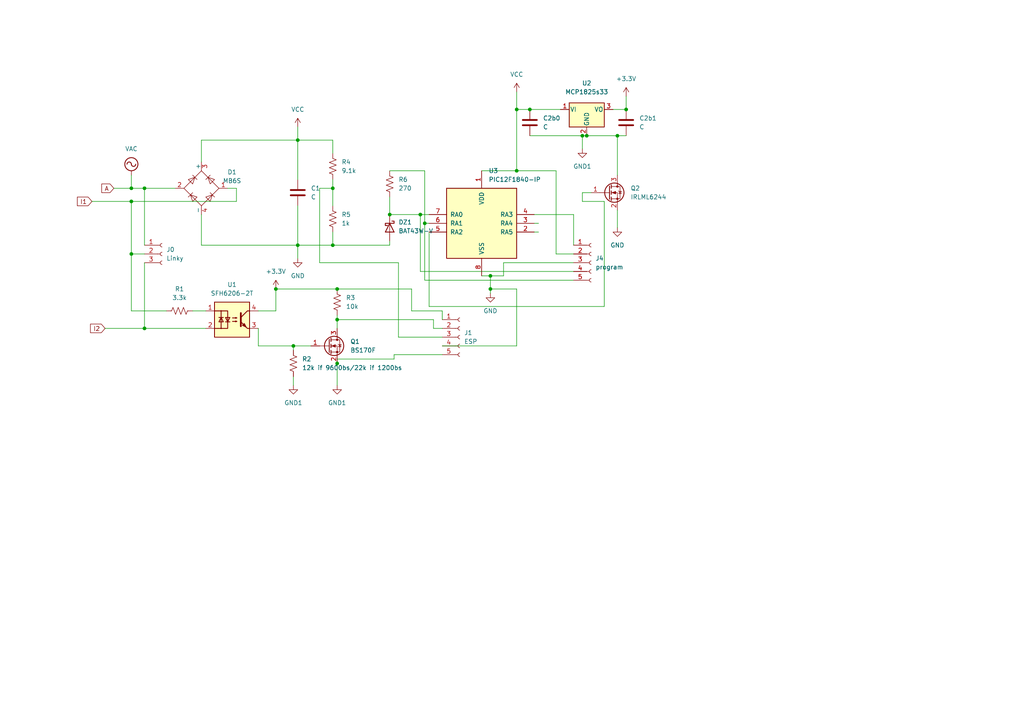
<source format=kicad_sch>
(kicad_sch (version 20211123) (generator eeschema)

  (uuid 962a71a4-e24c-4662-a1f8-864be7b82d9a)

  (paper "A4")

  (lib_symbols
    (symbol "Connector:Conn_01x03_Female" (pin_names (offset 1.016) hide) (in_bom yes) (on_board yes)
      (property "Reference" "J" (id 0) (at 0 5.08 0)
        (effects (font (size 1.27 1.27)))
      )
      (property "Value" "Conn_01x03_Female" (id 1) (at 0 -5.08 0)
        (effects (font (size 1.27 1.27)))
      )
      (property "Footprint" "" (id 2) (at 0 0 0)
        (effects (font (size 1.27 1.27)) hide)
      )
      (property "Datasheet" "~" (id 3) (at 0 0 0)
        (effects (font (size 1.27 1.27)) hide)
      )
      (property "ki_keywords" "connector" (id 4) (at 0 0 0)
        (effects (font (size 1.27 1.27)) hide)
      )
      (property "ki_description" "Generic connector, single row, 01x03, script generated (kicad-library-utils/schlib/autogen/connector/)" (id 5) (at 0 0 0)
        (effects (font (size 1.27 1.27)) hide)
      )
      (property "ki_fp_filters" "Connector*:*_1x??_*" (id 6) (at 0 0 0)
        (effects (font (size 1.27 1.27)) hide)
      )
      (symbol "Conn_01x03_Female_1_1"
        (arc (start 0 -2.032) (mid -0.508 -2.54) (end 0 -3.048)
          (stroke (width 0.1524) (type default) (color 0 0 0 0))
          (fill (type none))
        )
        (polyline
          (pts
            (xy -1.27 -2.54)
            (xy -0.508 -2.54)
          )
          (stroke (width 0.1524) (type default) (color 0 0 0 0))
          (fill (type none))
        )
        (polyline
          (pts
            (xy -1.27 0)
            (xy -0.508 0)
          )
          (stroke (width 0.1524) (type default) (color 0 0 0 0))
          (fill (type none))
        )
        (polyline
          (pts
            (xy -1.27 2.54)
            (xy -0.508 2.54)
          )
          (stroke (width 0.1524) (type default) (color 0 0 0 0))
          (fill (type none))
        )
        (arc (start 0 0.508) (mid -0.508 0) (end 0 -0.508)
          (stroke (width 0.1524) (type default) (color 0 0 0 0))
          (fill (type none))
        )
        (arc (start 0 3.048) (mid -0.508 2.54) (end 0 2.032)
          (stroke (width 0.1524) (type default) (color 0 0 0 0))
          (fill (type none))
        )
        (pin passive line (at -5.08 2.54 0) (length 3.81)
          (name "Pin_1" (effects (font (size 1.27 1.27))))
          (number "1" (effects (font (size 1.27 1.27))))
        )
        (pin passive line (at -5.08 0 0) (length 3.81)
          (name "Pin_2" (effects (font (size 1.27 1.27))))
          (number "2" (effects (font (size 1.27 1.27))))
        )
        (pin passive line (at -5.08 -2.54 0) (length 3.81)
          (name "Pin_3" (effects (font (size 1.27 1.27))))
          (number "3" (effects (font (size 1.27 1.27))))
        )
      )
    )
    (symbol "Connector:Conn_01x05_Female" (pin_names (offset 1.016) hide) (in_bom yes) (on_board yes)
      (property "Reference" "J" (id 0) (at 0 7.62 0)
        (effects (font (size 1.27 1.27)))
      )
      (property "Value" "Conn_01x05_Female" (id 1) (at 0 -7.62 0)
        (effects (font (size 1.27 1.27)))
      )
      (property "Footprint" "" (id 2) (at 0 0 0)
        (effects (font (size 1.27 1.27)) hide)
      )
      (property "Datasheet" "~" (id 3) (at 0 0 0)
        (effects (font (size 1.27 1.27)) hide)
      )
      (property "ki_keywords" "connector" (id 4) (at 0 0 0)
        (effects (font (size 1.27 1.27)) hide)
      )
      (property "ki_description" "Generic connector, single row, 01x05, script generated (kicad-library-utils/schlib/autogen/connector/)" (id 5) (at 0 0 0)
        (effects (font (size 1.27 1.27)) hide)
      )
      (property "ki_fp_filters" "Connector*:*_1x??_*" (id 6) (at 0 0 0)
        (effects (font (size 1.27 1.27)) hide)
      )
      (symbol "Conn_01x05_Female_1_1"
        (arc (start 0 -4.572) (mid -0.508 -5.08) (end 0 -5.588)
          (stroke (width 0.1524) (type default) (color 0 0 0 0))
          (fill (type none))
        )
        (arc (start 0 -2.032) (mid -0.508 -2.54) (end 0 -3.048)
          (stroke (width 0.1524) (type default) (color 0 0 0 0))
          (fill (type none))
        )
        (polyline
          (pts
            (xy -1.27 -5.08)
            (xy -0.508 -5.08)
          )
          (stroke (width 0.1524) (type default) (color 0 0 0 0))
          (fill (type none))
        )
        (polyline
          (pts
            (xy -1.27 -2.54)
            (xy -0.508 -2.54)
          )
          (stroke (width 0.1524) (type default) (color 0 0 0 0))
          (fill (type none))
        )
        (polyline
          (pts
            (xy -1.27 0)
            (xy -0.508 0)
          )
          (stroke (width 0.1524) (type default) (color 0 0 0 0))
          (fill (type none))
        )
        (polyline
          (pts
            (xy -1.27 2.54)
            (xy -0.508 2.54)
          )
          (stroke (width 0.1524) (type default) (color 0 0 0 0))
          (fill (type none))
        )
        (polyline
          (pts
            (xy -1.27 5.08)
            (xy -0.508 5.08)
          )
          (stroke (width 0.1524) (type default) (color 0 0 0 0))
          (fill (type none))
        )
        (arc (start 0 0.508) (mid -0.508 0) (end 0 -0.508)
          (stroke (width 0.1524) (type default) (color 0 0 0 0))
          (fill (type none))
        )
        (arc (start 0 3.048) (mid -0.508 2.54) (end 0 2.032)
          (stroke (width 0.1524) (type default) (color 0 0 0 0))
          (fill (type none))
        )
        (arc (start 0 5.588) (mid -0.508 5.08) (end 0 4.572)
          (stroke (width 0.1524) (type default) (color 0 0 0 0))
          (fill (type none))
        )
        (pin passive line (at -5.08 5.08 0) (length 3.81)
          (name "Pin_1" (effects (font (size 1.27 1.27))))
          (number "1" (effects (font (size 1.27 1.27))))
        )
        (pin passive line (at -5.08 2.54 0) (length 3.81)
          (name "Pin_2" (effects (font (size 1.27 1.27))))
          (number "2" (effects (font (size 1.27 1.27))))
        )
        (pin passive line (at -5.08 0 0) (length 3.81)
          (name "Pin_3" (effects (font (size 1.27 1.27))))
          (number "3" (effects (font (size 1.27 1.27))))
        )
        (pin passive line (at -5.08 -2.54 0) (length 3.81)
          (name "Pin_4" (effects (font (size 1.27 1.27))))
          (number "4" (effects (font (size 1.27 1.27))))
        )
        (pin passive line (at -5.08 -5.08 0) (length 3.81)
          (name "Pin_5" (effects (font (size 1.27 1.27))))
          (number "5" (effects (font (size 1.27 1.27))))
        )
      )
    )
    (symbol "Device:C" (pin_numbers hide) (pin_names (offset 0.254)) (in_bom yes) (on_board yes)
      (property "Reference" "C" (id 0) (at 0.635 2.54 0)
        (effects (font (size 1.27 1.27)) (justify left))
      )
      (property "Value" "C" (id 1) (at 0.635 -2.54 0)
        (effects (font (size 1.27 1.27)) (justify left))
      )
      (property "Footprint" "" (id 2) (at 0.9652 -3.81 0)
        (effects (font (size 1.27 1.27)) hide)
      )
      (property "Datasheet" "~" (id 3) (at 0 0 0)
        (effects (font (size 1.27 1.27)) hide)
      )
      (property "ki_keywords" "cap capacitor" (id 4) (at 0 0 0)
        (effects (font (size 1.27 1.27)) hide)
      )
      (property "ki_description" "Unpolarized capacitor" (id 5) (at 0 0 0)
        (effects (font (size 1.27 1.27)) hide)
      )
      (property "ki_fp_filters" "C_*" (id 6) (at 0 0 0)
        (effects (font (size 1.27 1.27)) hide)
      )
      (symbol "C_0_1"
        (polyline
          (pts
            (xy -2.032 -0.762)
            (xy 2.032 -0.762)
          )
          (stroke (width 0.508) (type default) (color 0 0 0 0))
          (fill (type none))
        )
        (polyline
          (pts
            (xy -2.032 0.762)
            (xy 2.032 0.762)
          )
          (stroke (width 0.508) (type default) (color 0 0 0 0))
          (fill (type none))
        )
      )
      (symbol "C_1_1"
        (pin passive line (at 0 3.81 270) (length 2.794)
          (name "~" (effects (font (size 1.27 1.27))))
          (number "1" (effects (font (size 1.27 1.27))))
        )
        (pin passive line (at 0 -3.81 90) (length 2.794)
          (name "~" (effects (font (size 1.27 1.27))))
          (number "2" (effects (font (size 1.27 1.27))))
        )
      )
    )
    (symbol "Device:R_US" (pin_numbers hide) (pin_names (offset 0)) (in_bom yes) (on_board yes)
      (property "Reference" "R" (id 0) (at 2.54 0 90)
        (effects (font (size 1.27 1.27)))
      )
      (property "Value" "R_US" (id 1) (at -2.54 0 90)
        (effects (font (size 1.27 1.27)))
      )
      (property "Footprint" "" (id 2) (at 1.016 -0.254 90)
        (effects (font (size 1.27 1.27)) hide)
      )
      (property "Datasheet" "~" (id 3) (at 0 0 0)
        (effects (font (size 1.27 1.27)) hide)
      )
      (property "ki_keywords" "R res resistor" (id 4) (at 0 0 0)
        (effects (font (size 1.27 1.27)) hide)
      )
      (property "ki_description" "Resistor, US symbol" (id 5) (at 0 0 0)
        (effects (font (size 1.27 1.27)) hide)
      )
      (property "ki_fp_filters" "R_*" (id 6) (at 0 0 0)
        (effects (font (size 1.27 1.27)) hide)
      )
      (symbol "R_US_0_1"
        (polyline
          (pts
            (xy 0 -2.286)
            (xy 0 -2.54)
          )
          (stroke (width 0) (type default) (color 0 0 0 0))
          (fill (type none))
        )
        (polyline
          (pts
            (xy 0 2.286)
            (xy 0 2.54)
          )
          (stroke (width 0) (type default) (color 0 0 0 0))
          (fill (type none))
        )
        (polyline
          (pts
            (xy 0 -0.762)
            (xy 1.016 -1.143)
            (xy 0 -1.524)
            (xy -1.016 -1.905)
            (xy 0 -2.286)
          )
          (stroke (width 0) (type default) (color 0 0 0 0))
          (fill (type none))
        )
        (polyline
          (pts
            (xy 0 0.762)
            (xy 1.016 0.381)
            (xy 0 0)
            (xy -1.016 -0.381)
            (xy 0 -0.762)
          )
          (stroke (width 0) (type default) (color 0 0 0 0))
          (fill (type none))
        )
        (polyline
          (pts
            (xy 0 2.286)
            (xy 1.016 1.905)
            (xy 0 1.524)
            (xy -1.016 1.143)
            (xy 0 0.762)
          )
          (stroke (width 0) (type default) (color 0 0 0 0))
          (fill (type none))
        )
      )
      (symbol "R_US_1_1"
        (pin passive line (at 0 3.81 270) (length 1.27)
          (name "~" (effects (font (size 1.27 1.27))))
          (number "1" (effects (font (size 1.27 1.27))))
        )
        (pin passive line (at 0 -3.81 90) (length 1.27)
          (name "~" (effects (font (size 1.27 1.27))))
          (number "2" (effects (font (size 1.27 1.27))))
        )
      )
    )
    (symbol "Diode:BAT43W-V" (pin_numbers hide) (pin_names (offset 1.016) hide) (in_bom yes) (on_board yes)
      (property "Reference" "D" (id 0) (at 0 2.54 0)
        (effects (font (size 1.27 1.27)))
      )
      (property "Value" "BAT43W-V" (id 1) (at 0 -2.54 0)
        (effects (font (size 1.27 1.27)))
      )
      (property "Footprint" "Diode_SMD:D_SOD-123" (id 2) (at 0 -4.445 0)
        (effects (font (size 1.27 1.27)) hide)
      )
      (property "Datasheet" "http://www.vishay.com/docs/85660/bat42.pdf" (id 3) (at 0 0 0)
        (effects (font (size 1.27 1.27)) hide)
      )
      (property "ki_keywords" "diode Schottky" (id 4) (at 0 0 0)
        (effects (font (size 1.27 1.27)) hide)
      )
      (property "ki_description" "30V 0.2A Small Signal Schottky diode, SOD-123" (id 5) (at 0 0 0)
        (effects (font (size 1.27 1.27)) hide)
      )
      (property "ki_fp_filters" "D*SOD?123*" (id 6) (at 0 0 0)
        (effects (font (size 1.27 1.27)) hide)
      )
      (symbol "BAT43W-V_0_1"
        (polyline
          (pts
            (xy 1.27 0)
            (xy -1.27 0)
          )
          (stroke (width 0) (type default) (color 0 0 0 0))
          (fill (type none))
        )
        (polyline
          (pts
            (xy 1.27 1.27)
            (xy 1.27 -1.27)
            (xy -1.27 0)
            (xy 1.27 1.27)
          )
          (stroke (width 0.254) (type default) (color 0 0 0 0))
          (fill (type none))
        )
        (polyline
          (pts
            (xy -1.905 0.635)
            (xy -1.905 1.27)
            (xy -1.27 1.27)
            (xy -1.27 -1.27)
            (xy -0.635 -1.27)
            (xy -0.635 -0.635)
          )
          (stroke (width 0.254) (type default) (color 0 0 0 0))
          (fill (type none))
        )
      )
      (symbol "BAT43W-V_1_1"
        (pin passive line (at -3.81 0 0) (length 2.54)
          (name "K" (effects (font (size 1.27 1.27))))
          (number "1" (effects (font (size 1.27 1.27))))
        )
        (pin passive line (at 3.81 0 180) (length 2.54)
          (name "A" (effects (font (size 1.27 1.27))))
          (number "2" (effects (font (size 1.27 1.27))))
        )
      )
    )
    (symbol "Diode_Bridge:MB6S" (pin_names (offset 0)) (in_bom yes) (on_board yes)
      (property "Reference" "D" (id 0) (at 2.54 6.985 0)
        (effects (font (size 1.27 1.27)) (justify left))
      )
      (property "Value" "MB6S" (id 1) (at 2.54 5.08 0)
        (effects (font (size 1.27 1.27)) (justify left))
      )
      (property "Footprint" "Package_TO_SOT_SMD:TO-269AA" (id 2) (at 3.81 3.175 0)
        (effects (font (size 1.27 1.27)) (justify left) hide)
      )
      (property "Datasheet" "http://www.vishay.com/docs/88573/dfs.pdf" (id 3) (at 0 0 0)
        (effects (font (size 1.27 1.27)) hide)
      )
      (property "ki_keywords" "rectifier acdc" (id 4) (at 0 0 0)
        (effects (font (size 1.27 1.27)) hide)
      )
      (property "ki_description" "Miniature Glass Passivated Single-Phase Surface Mount Bridge Rectifiers, 700V Vrms, 1.0A If, DFS SMD package" (id 5) (at 0 0 0)
        (effects (font (size 1.27 1.27)) hide)
      )
      (property "ki_fp_filters" "TO?269AA*" (id 6) (at 0 0 0)
        (effects (font (size 1.27 1.27)) hide)
      )
      (symbol "MB6S_0_1"
        (polyline
          (pts
            (xy -2.54 3.81)
            (xy -1.27 2.54)
          )
          (stroke (width 0) (type default) (color 0 0 0 0))
          (fill (type none))
        )
        (polyline
          (pts
            (xy -1.27 -2.54)
            (xy -2.54 -3.81)
          )
          (stroke (width 0) (type default) (color 0 0 0 0))
          (fill (type none))
        )
        (polyline
          (pts
            (xy 2.54 -1.27)
            (xy 3.81 -2.54)
          )
          (stroke (width 0) (type default) (color 0 0 0 0))
          (fill (type none))
        )
        (polyline
          (pts
            (xy 2.54 1.27)
            (xy 3.81 2.54)
          )
          (stroke (width 0) (type default) (color 0 0 0 0))
          (fill (type none))
        )
        (polyline
          (pts
            (xy -3.81 2.54)
            (xy -2.54 1.27)
            (xy -1.905 3.175)
            (xy -3.81 2.54)
          )
          (stroke (width 0) (type default) (color 0 0 0 0))
          (fill (type none))
        )
        (polyline
          (pts
            (xy -2.54 -1.27)
            (xy -3.81 -2.54)
            (xy -1.905 -3.175)
            (xy -2.54 -1.27)
          )
          (stroke (width 0) (type default) (color 0 0 0 0))
          (fill (type none))
        )
        (polyline
          (pts
            (xy 1.27 2.54)
            (xy 2.54 3.81)
            (xy 3.175 1.905)
            (xy 1.27 2.54)
          )
          (stroke (width 0) (type default) (color 0 0 0 0))
          (fill (type none))
        )
        (polyline
          (pts
            (xy 3.175 -1.905)
            (xy 1.27 -2.54)
            (xy 2.54 -3.81)
            (xy 3.175 -1.905)
          )
          (stroke (width 0) (type default) (color 0 0 0 0))
          (fill (type none))
        )
        (polyline
          (pts
            (xy -5.08 0)
            (xy 0 -5.08)
            (xy 5.08 0)
            (xy 0 5.08)
            (xy -5.08 0)
          )
          (stroke (width 0) (type default) (color 0 0 0 0))
          (fill (type none))
        )
      )
      (symbol "MB6S_1_1"
        (pin passive line (at 0 -7.62 90) (length 2.54)
          (name "~" (effects (font (size 1.27 1.27))))
          (number "1" (effects (font (size 1.27 1.27))))
        )
        (pin passive line (at 0 7.62 270) (length 2.54)
          (name "~" (effects (font (size 1.27 1.27))))
          (number "2" (effects (font (size 1.27 1.27))))
        )
        (pin passive line (at 7.62 0 180) (length 2.54)
          (name "+" (effects (font (size 1.27 1.27))))
          (number "3" (effects (font (size 1.27 1.27))))
        )
        (pin passive line (at -7.62 0 0) (length 2.54)
          (name "-" (effects (font (size 1.27 1.27))))
          (number "4" (effects (font (size 1.27 1.27))))
        )
      )
    )
    (symbol "Isolator:SFH6206-2T" (pin_names (offset 1.016)) (in_bom yes) (on_board yes)
      (property "Reference" "U" (id 0) (at -4.064 6.35 0)
        (effects (font (size 1.27 1.27)))
      )
      (property "Value" "SFH6206-2T" (id 1) (at -5.334 -6.604 0)
        (effects (font (size 1.27 1.27)) (justify left))
      )
      (property "Footprint" "Package_DIP:SMDIP-4_W9.53mm_Clearance8mm" (id 2) (at 0 -10.16 0)
        (effects (font (size 1.27 1.27)) hide)
      )
      (property "Datasheet" "http://www.vishay.com/docs/83675/sfh620a.pdf" (id 3) (at 0 0 0)
        (effects (font (size 1.27 1.27)) hide)
      )
      (property "ki_keywords" "Optocoupler, Phototransistor Output, 5300 VRMS, VCEO 70V, CTR% 63-200" (id 4) (at 0 0 0)
        (effects (font (size 1.27 1.27)) hide)
      )
      (property "ki_description" "Optocoupler, Phototransistor Output, 5300 VRMS, VCEO 70V, CTR% 63-200, UL, cUL, BSI, SMD-4" (id 5) (at 0 0 0)
        (effects (font (size 1.27 1.27)) hide)
      )
      (property "ki_fp_filters" "SMDIP*W9.53mm?Clearance8mm*" (id 6) (at 0 0 0)
        (effects (font (size 1.27 1.27)) hide)
      )
      (symbol "SFH6206-2T_1_1"
        (rectangle (start -5.08 5.08) (end 5.08 -5.08)
          (stroke (width 0.254) (type default) (color 0 0 0 0))
          (fill (type background))
        )
        (circle (center -3.175 -2.54) (radius 0.127)
          (stroke (width 0) (type default) (color 0 0 0 0))
          (fill (type none))
        )
        (circle (center -3.175 2.54) (radius 0.127)
          (stroke (width 0) (type default) (color 0 0 0 0))
          (fill (type none))
        )
        (polyline
          (pts
            (xy -3.81 0.635)
            (xy -2.54 0.635)
          )
          (stroke (width 0.254) (type default) (color 0 0 0 0))
          (fill (type none))
        )
        (polyline
          (pts
            (xy -1.905 -0.635)
            (xy -0.635 -0.635)
          )
          (stroke (width 0.254) (type default) (color 0 0 0 0))
          (fill (type none))
        )
        (polyline
          (pts
            (xy 2.54 1.905)
            (xy 2.54 -1.905)
            (xy 2.54 -1.905)
          )
          (stroke (width 0.508) (type default) (color 0 0 0 0))
          (fill (type none))
        )
        (polyline
          (pts
            (xy 5.08 -2.54)
            (xy 4.445 -2.54)
            (xy 2.54 -0.635)
          )
          (stroke (width 0.254) (type default) (color 0 0 0 0))
          (fill (type none))
        )
        (polyline
          (pts
            (xy 5.08 2.54)
            (xy 4.445 2.54)
            (xy 2.54 0.635)
          )
          (stroke (width 0.254) (type default) (color 0 0 0 0))
          (fill (type none))
        )
        (polyline
          (pts
            (xy -5.08 2.54)
            (xy -3.175 2.54)
            (xy -3.175 -2.54)
            (xy -5.08 -2.54)
          )
          (stroke (width 0.254) (type default) (color 0 0 0 0))
          (fill (type none))
        )
        (polyline
          (pts
            (xy -3.175 -2.54)
            (xy -1.27 -2.54)
            (xy -1.27 2.54)
            (xy -3.175 2.54)
          )
          (stroke (width 0.254) (type default) (color 0 0 0 0))
          (fill (type none))
        )
        (polyline
          (pts
            (xy -3.175 0.635)
            (xy -3.81 -0.635)
            (xy -2.54 -0.635)
            (xy -3.175 0.635)
          )
          (stroke (width 0.254) (type default) (color 0 0 0 0))
          (fill (type none))
        )
        (polyline
          (pts
            (xy -1.27 -0.635)
            (xy -1.905 0.635)
            (xy -0.635 0.635)
            (xy -1.27 -0.635)
          )
          (stroke (width 0.254) (type default) (color 0 0 0 0))
          (fill (type none))
        )
        (polyline
          (pts
            (xy 0.127 -0.508)
            (xy 1.397 -0.508)
            (xy 1.016 -0.635)
            (xy 1.016 -0.381)
            (xy 1.397 -0.508)
          )
          (stroke (width 0.254) (type default) (color 0 0 0 0))
          (fill (type none))
        )
        (polyline
          (pts
            (xy 0.127 0.508)
            (xy 1.397 0.508)
            (xy 1.016 0.381)
            (xy 1.016 0.635)
            (xy 1.397 0.508)
          )
          (stroke (width 0.254) (type default) (color 0 0 0 0))
          (fill (type none))
        )
        (polyline
          (pts
            (xy 3.048 -1.651)
            (xy 3.556 -1.143)
            (xy 4.064 -2.159)
            (xy 3.048 -1.651)
            (xy 3.048 -1.651)
          )
          (stroke (width 0.254) (type default) (color 0 0 0 0))
          (fill (type outline))
        )
        (pin passive line (at -7.62 2.54 0) (length 2.54)
          (name "~" (effects (font (size 1.27 1.27))))
          (number "1" (effects (font (size 1.27 1.27))))
        )
        (pin passive line (at -7.62 -2.54 0) (length 2.54)
          (name "~" (effects (font (size 1.27 1.27))))
          (number "2" (effects (font (size 1.27 1.27))))
        )
        (pin passive line (at 7.62 -2.54 180) (length 2.54)
          (name "~" (effects (font (size 1.27 1.27))))
          (number "3" (effects (font (size 1.27 1.27))))
        )
        (pin passive line (at 7.62 2.54 180) (length 2.54)
          (name "~" (effects (font (size 1.27 1.27))))
          (number "4" (effects (font (size 1.27 1.27))))
        )
      )
    )
    (symbol "MCU_Microchip_PIC12:PIC12F1840-IP" (pin_names (offset 1.016)) (in_bom yes) (on_board yes)
      (property "Reference" "U" (id 0) (at 1.27 13.97 0)
        (effects (font (size 1.27 1.27)) (justify left))
      )
      (property "Value" "PIC12F1840-IP" (id 1) (at 1.27 11.43 0)
        (effects (font (size 1.27 1.27)) (justify left))
      )
      (property "Footprint" "Package_DIP:DIP-8_W7.62mm" (id 2) (at 15.24 16.51 0)
        (effects (font (size 1.27 1.27)) hide)
      )
      (property "Datasheet" "http://ww1.microchip.com/downloads/en/DeviceDoc/41441B.pdf" (id 3) (at 0 0 0)
        (effects (font (size 1.27 1.27)) hide)
      )
      (property "ki_keywords" "FLASH-Based 8-Bit CMOS Microcontroller XLP" (id 4) (at 0 0 0)
        (effects (font (size 1.27 1.27)) hide)
      )
      (property "ki_description" "4kW FLASH, 256B SRAM, 256B EEPROM, PDIP8" (id 5) (at 0 0 0)
        (effects (font (size 1.27 1.27)) hide)
      )
      (property "ki_fp_filters" "DIP*W7.62mm*" (id 6) (at 0 0 0)
        (effects (font (size 1.27 1.27)) hide)
      )
      (symbol "PIC12F1840-IP_0_1"
        (rectangle (start 10.16 -10.16) (end -10.16 10.16)
          (stroke (width 0.254) (type default) (color 0 0 0 0))
          (fill (type background))
        )
      )
      (symbol "PIC12F1840-IP_1_1"
        (pin power_in line (at 0 15.24 270) (length 5.08)
          (name "VDD" (effects (font (size 1.27 1.27))))
          (number "1" (effects (font (size 1.27 1.27))))
        )
        (pin bidirectional line (at 15.24 -2.54 180) (length 5.08)
          (name "RA5" (effects (font (size 1.27 1.27))))
          (number "2" (effects (font (size 1.27 1.27))))
        )
        (pin bidirectional line (at 15.24 0 180) (length 5.08)
          (name "RA4" (effects (font (size 1.27 1.27))))
          (number "3" (effects (font (size 1.27 1.27))))
        )
        (pin input line (at 15.24 2.54 180) (length 5.08)
          (name "RA3" (effects (font (size 1.27 1.27))))
          (number "4" (effects (font (size 1.27 1.27))))
        )
        (pin bidirectional line (at -15.24 -2.54 0) (length 5.08)
          (name "RA2" (effects (font (size 1.27 1.27))))
          (number "5" (effects (font (size 1.27 1.27))))
        )
        (pin bidirectional line (at -15.24 0 0) (length 5.08)
          (name "RA1" (effects (font (size 1.27 1.27))))
          (number "6" (effects (font (size 1.27 1.27))))
        )
        (pin bidirectional line (at -15.24 2.54 0) (length 5.08)
          (name "RA0" (effects (font (size 1.27 1.27))))
          (number "7" (effects (font (size 1.27 1.27))))
        )
        (pin power_in line (at 0 -15.24 90) (length 5.08)
          (name "VSS" (effects (font (size 1.27 1.27))))
          (number "8" (effects (font (size 1.27 1.27))))
        )
      )
    )
    (symbol "Regulator_Linear:MCP1792x-3302xDB" (pin_names (offset 0.254)) (in_bom yes) (on_board yes)
      (property "Reference" "U" (id 0) (at -3.81 3.175 0)
        (effects (font (size 1.27 1.27)))
      )
      (property "Value" "MCP1792x-3302xDB" (id 1) (at 0 3.175 0)
        (effects (font (size 1.27 1.27)) (justify left))
      )
      (property "Footprint" "Package_TO_SOT_SMD:SOT-223-3_TabPin2" (id 2) (at 0 5.08 0)
        (effects (font (size 1.27 1.27)) hide)
      )
      (property "Datasheet" "https://ww1.microchip.com/downloads/aemDocuments/documents/APID/ProductDocuments/DataSheets/MCP1792-Family-Data-Sheet-DS20006229D.pdf" (id 3) (at 0 -1.27 0)
        (effects (font (size 1.27 1.27)) hide)
      )
      (property "ki_keywords" "REGULATOR LDO" (id 4) (at 0 0 0)
        (effects (font (size 1.27 1.27)) hide)
      )
      (property "ki_description" "Low Quiescent Current LDO Regulator, 4.5-55V input, 3.3V, 100mA, SOT-223" (id 5) (at 0 0 0)
        (effects (font (size 1.27 1.27)) hide)
      )
      (property "ki_fp_filters" "SOT?223*TabPin2*" (id 6) (at 0 0 0)
        (effects (font (size 1.27 1.27)) hide)
      )
      (symbol "MCP1792x-3302xDB_0_1"
        (rectangle (start -5.08 -5.08) (end 5.08 1.905)
          (stroke (width 0.254) (type default) (color 0 0 0 0))
          (fill (type background))
        )
      )
      (symbol "MCP1792x-3302xDB_1_1"
        (pin power_in line (at -7.62 0 0) (length 2.54)
          (name "VI" (effects (font (size 1.27 1.27))))
          (number "1" (effects (font (size 1.27 1.27))))
        )
        (pin power_in line (at 0 -7.62 90) (length 2.54)
          (name "GND" (effects (font (size 1.27 1.27))))
          (number "2" (effects (font (size 1.27 1.27))))
        )
        (pin power_out line (at 7.62 0 180) (length 2.54)
          (name "VO" (effects (font (size 1.27 1.27))))
          (number "3" (effects (font (size 1.27 1.27))))
        )
      )
    )
    (symbol "Transistor_FET:2N7002E" (pin_names hide) (in_bom yes) (on_board yes)
      (property "Reference" "Q" (id 0) (at 5.08 1.905 0)
        (effects (font (size 1.27 1.27)) (justify left))
      )
      (property "Value" "2N7002E" (id 1) (at 5.08 0 0)
        (effects (font (size 1.27 1.27)) (justify left))
      )
      (property "Footprint" "Package_TO_SOT_SMD:SOT-23" (id 2) (at 5.08 -1.905 0)
        (effects (font (size 1.27 1.27) italic) (justify left) hide)
      )
      (property "Datasheet" "http://www.diodes.com/assets/Datasheets/ds30376.pdf" (id 3) (at 0 0 0)
        (effects (font (size 1.27 1.27)) (justify left) hide)
      )
      (property "ki_keywords" "N-Channel MOSFET" (id 4) (at 0 0 0)
        (effects (font (size 1.27 1.27)) hide)
      )
      (property "ki_description" "0.24A Id, 60V Vds, N-Channel MOSFET, SOT-23" (id 5) (at 0 0 0)
        (effects (font (size 1.27 1.27)) hide)
      )
      (property "ki_fp_filters" "SOT?23*" (id 6) (at 0 0 0)
        (effects (font (size 1.27 1.27)) hide)
      )
      (symbol "2N7002E_0_1"
        (polyline
          (pts
            (xy 0.254 0)
            (xy -2.54 0)
          )
          (stroke (width 0) (type default) (color 0 0 0 0))
          (fill (type none))
        )
        (polyline
          (pts
            (xy 0.254 1.905)
            (xy 0.254 -1.905)
          )
          (stroke (width 0.254) (type default) (color 0 0 0 0))
          (fill (type none))
        )
        (polyline
          (pts
            (xy 0.762 -1.27)
            (xy 0.762 -2.286)
          )
          (stroke (width 0.254) (type default) (color 0 0 0 0))
          (fill (type none))
        )
        (polyline
          (pts
            (xy 0.762 0.508)
            (xy 0.762 -0.508)
          )
          (stroke (width 0.254) (type default) (color 0 0 0 0))
          (fill (type none))
        )
        (polyline
          (pts
            (xy 0.762 2.286)
            (xy 0.762 1.27)
          )
          (stroke (width 0.254) (type default) (color 0 0 0 0))
          (fill (type none))
        )
        (polyline
          (pts
            (xy 2.54 2.54)
            (xy 2.54 1.778)
          )
          (stroke (width 0) (type default) (color 0 0 0 0))
          (fill (type none))
        )
        (polyline
          (pts
            (xy 2.54 -2.54)
            (xy 2.54 0)
            (xy 0.762 0)
          )
          (stroke (width 0) (type default) (color 0 0 0 0))
          (fill (type none))
        )
        (polyline
          (pts
            (xy 0.762 -1.778)
            (xy 3.302 -1.778)
            (xy 3.302 1.778)
            (xy 0.762 1.778)
          )
          (stroke (width 0) (type default) (color 0 0 0 0))
          (fill (type none))
        )
        (polyline
          (pts
            (xy 1.016 0)
            (xy 2.032 0.381)
            (xy 2.032 -0.381)
            (xy 1.016 0)
          )
          (stroke (width 0) (type default) (color 0 0 0 0))
          (fill (type outline))
        )
        (polyline
          (pts
            (xy 2.794 0.508)
            (xy 2.921 0.381)
            (xy 3.683 0.381)
            (xy 3.81 0.254)
          )
          (stroke (width 0) (type default) (color 0 0 0 0))
          (fill (type none))
        )
        (polyline
          (pts
            (xy 3.302 0.381)
            (xy 2.921 -0.254)
            (xy 3.683 -0.254)
            (xy 3.302 0.381)
          )
          (stroke (width 0) (type default) (color 0 0 0 0))
          (fill (type none))
        )
        (circle (center 1.651 0) (radius 2.794)
          (stroke (width 0.254) (type default) (color 0 0 0 0))
          (fill (type none))
        )
        (circle (center 2.54 -1.778) (radius 0.254)
          (stroke (width 0) (type default) (color 0 0 0 0))
          (fill (type outline))
        )
        (circle (center 2.54 1.778) (radius 0.254)
          (stroke (width 0) (type default) (color 0 0 0 0))
          (fill (type outline))
        )
      )
      (symbol "2N7002E_1_1"
        (pin input line (at -5.08 0 0) (length 2.54)
          (name "G" (effects (font (size 1.27 1.27))))
          (number "1" (effects (font (size 1.27 1.27))))
        )
        (pin passive line (at 2.54 -5.08 90) (length 2.54)
          (name "S" (effects (font (size 1.27 1.27))))
          (number "2" (effects (font (size 1.27 1.27))))
        )
        (pin passive line (at 2.54 5.08 270) (length 2.54)
          (name "D" (effects (font (size 1.27 1.27))))
          (number "3" (effects (font (size 1.27 1.27))))
        )
      )
    )
    (symbol "Transistor_FET:BS170F" (pin_names hide) (in_bom yes) (on_board yes)
      (property "Reference" "Q" (id 0) (at 5.08 1.905 0)
        (effects (font (size 1.27 1.27)) (justify left))
      )
      (property "Value" "BS170F" (id 1) (at 5.08 0 0)
        (effects (font (size 1.27 1.27)) (justify left))
      )
      (property "Footprint" "Package_TO_SOT_SMD:SOT-23" (id 2) (at 5.08 -1.905 0)
        (effects (font (size 1.27 1.27) italic) (justify left) hide)
      )
      (property "Datasheet" "http://www.diodes.com/assets/Datasheets/BS170F.pdf" (id 3) (at 0 0 0)
        (effects (font (size 1.27 1.27)) (justify left) hide)
      )
      (property "ki_keywords" "N-Channel MOSFET" (id 4) (at 0 0 0)
        (effects (font (size 1.27 1.27)) hide)
      )
      (property "ki_description" "0.15A Id, 60V Vds, N-Channel MOSFET, SOT-23" (id 5) (at 0 0 0)
        (effects (font (size 1.27 1.27)) hide)
      )
      (property "ki_fp_filters" "SOT?23*" (id 6) (at 0 0 0)
        (effects (font (size 1.27 1.27)) hide)
      )
      (symbol "BS170F_0_1"
        (polyline
          (pts
            (xy 0.254 0)
            (xy -2.54 0)
          )
          (stroke (width 0) (type default) (color 0 0 0 0))
          (fill (type none))
        )
        (polyline
          (pts
            (xy 0.254 1.905)
            (xy 0.254 -1.905)
          )
          (stroke (width 0.254) (type default) (color 0 0 0 0))
          (fill (type none))
        )
        (polyline
          (pts
            (xy 0.762 -1.27)
            (xy 0.762 -2.286)
          )
          (stroke (width 0.254) (type default) (color 0 0 0 0))
          (fill (type none))
        )
        (polyline
          (pts
            (xy 0.762 0.508)
            (xy 0.762 -0.508)
          )
          (stroke (width 0.254) (type default) (color 0 0 0 0))
          (fill (type none))
        )
        (polyline
          (pts
            (xy 0.762 2.286)
            (xy 0.762 1.27)
          )
          (stroke (width 0.254) (type default) (color 0 0 0 0))
          (fill (type none))
        )
        (polyline
          (pts
            (xy 2.54 2.54)
            (xy 2.54 1.778)
          )
          (stroke (width 0) (type default) (color 0 0 0 0))
          (fill (type none))
        )
        (polyline
          (pts
            (xy 2.54 -2.54)
            (xy 2.54 0)
            (xy 0.762 0)
          )
          (stroke (width 0) (type default) (color 0 0 0 0))
          (fill (type none))
        )
        (polyline
          (pts
            (xy 0.762 -1.778)
            (xy 3.302 -1.778)
            (xy 3.302 1.778)
            (xy 0.762 1.778)
          )
          (stroke (width 0) (type default) (color 0 0 0 0))
          (fill (type none))
        )
        (polyline
          (pts
            (xy 1.016 0)
            (xy 2.032 0.381)
            (xy 2.032 -0.381)
            (xy 1.016 0)
          )
          (stroke (width 0) (type default) (color 0 0 0 0))
          (fill (type outline))
        )
        (polyline
          (pts
            (xy 2.794 0.508)
            (xy 2.921 0.381)
            (xy 3.683 0.381)
            (xy 3.81 0.254)
          )
          (stroke (width 0) (type default) (color 0 0 0 0))
          (fill (type none))
        )
        (polyline
          (pts
            (xy 3.302 0.381)
            (xy 2.921 -0.254)
            (xy 3.683 -0.254)
            (xy 3.302 0.381)
          )
          (stroke (width 0) (type default) (color 0 0 0 0))
          (fill (type none))
        )
        (circle (center 1.651 0) (radius 2.794)
          (stroke (width 0.254) (type default) (color 0 0 0 0))
          (fill (type none))
        )
        (circle (center 2.54 -1.778) (radius 0.254)
          (stroke (width 0) (type default) (color 0 0 0 0))
          (fill (type outline))
        )
        (circle (center 2.54 1.778) (radius 0.254)
          (stroke (width 0) (type default) (color 0 0 0 0))
          (fill (type outline))
        )
      )
      (symbol "BS170F_1_1"
        (pin input line (at -5.08 0 0) (length 2.54)
          (name "G" (effects (font (size 1.27 1.27))))
          (number "1" (effects (font (size 1.27 1.27))))
        )
        (pin passive line (at 2.54 -5.08 90) (length 2.54)
          (name "S" (effects (font (size 1.27 1.27))))
          (number "2" (effects (font (size 1.27 1.27))))
        )
        (pin passive line (at 2.54 5.08 270) (length 2.54)
          (name "D" (effects (font (size 1.27 1.27))))
          (number "3" (effects (font (size 1.27 1.27))))
        )
      )
    )
    (symbol "power:+3.3V" (power) (pin_names (offset 0)) (in_bom yes) (on_board yes)
      (property "Reference" "#PWR" (id 0) (at 0 -3.81 0)
        (effects (font (size 1.27 1.27)) hide)
      )
      (property "Value" "+3.3V" (id 1) (at 0 3.556 0)
        (effects (font (size 1.27 1.27)))
      )
      (property "Footprint" "" (id 2) (at 0 0 0)
        (effects (font (size 1.27 1.27)) hide)
      )
      (property "Datasheet" "" (id 3) (at 0 0 0)
        (effects (font (size 1.27 1.27)) hide)
      )
      (property "ki_keywords" "global power" (id 4) (at 0 0 0)
        (effects (font (size 1.27 1.27)) hide)
      )
      (property "ki_description" "Power symbol creates a global label with name \"+3.3V\"" (id 5) (at 0 0 0)
        (effects (font (size 1.27 1.27)) hide)
      )
      (symbol "+3.3V_0_1"
        (polyline
          (pts
            (xy -0.762 1.27)
            (xy 0 2.54)
          )
          (stroke (width 0) (type default) (color 0 0 0 0))
          (fill (type none))
        )
        (polyline
          (pts
            (xy 0 0)
            (xy 0 2.54)
          )
          (stroke (width 0) (type default) (color 0 0 0 0))
          (fill (type none))
        )
        (polyline
          (pts
            (xy 0 2.54)
            (xy 0.762 1.27)
          )
          (stroke (width 0) (type default) (color 0 0 0 0))
          (fill (type none))
        )
      )
      (symbol "+3.3V_1_1"
        (pin power_in line (at 0 0 90) (length 0) hide
          (name "+3.3V" (effects (font (size 1.27 1.27))))
          (number "1" (effects (font (size 1.27 1.27))))
        )
      )
    )
    (symbol "power:GND" (power) (pin_names (offset 0)) (in_bom yes) (on_board yes)
      (property "Reference" "#PWR" (id 0) (at 0 -6.35 0)
        (effects (font (size 1.27 1.27)) hide)
      )
      (property "Value" "GND" (id 1) (at 0 -3.81 0)
        (effects (font (size 1.27 1.27)))
      )
      (property "Footprint" "" (id 2) (at 0 0 0)
        (effects (font (size 1.27 1.27)) hide)
      )
      (property "Datasheet" "" (id 3) (at 0 0 0)
        (effects (font (size 1.27 1.27)) hide)
      )
      (property "ki_keywords" "global power" (id 4) (at 0 0 0)
        (effects (font (size 1.27 1.27)) hide)
      )
      (property "ki_description" "Power symbol creates a global label with name \"GND\" , ground" (id 5) (at 0 0 0)
        (effects (font (size 1.27 1.27)) hide)
      )
      (symbol "GND_0_1"
        (polyline
          (pts
            (xy 0 0)
            (xy 0 -1.27)
            (xy 1.27 -1.27)
            (xy 0 -2.54)
            (xy -1.27 -1.27)
            (xy 0 -1.27)
          )
          (stroke (width 0) (type default) (color 0 0 0 0))
          (fill (type none))
        )
      )
      (symbol "GND_1_1"
        (pin power_in line (at 0 0 270) (length 0) hide
          (name "GND" (effects (font (size 1.27 1.27))))
          (number "1" (effects (font (size 1.27 1.27))))
        )
      )
    )
    (symbol "power:GND1" (power) (pin_names (offset 0)) (in_bom yes) (on_board yes)
      (property "Reference" "#PWR" (id 0) (at 0 -6.35 0)
        (effects (font (size 1.27 1.27)) hide)
      )
      (property "Value" "GND1" (id 1) (at 0 -3.81 0)
        (effects (font (size 1.27 1.27)))
      )
      (property "Footprint" "" (id 2) (at 0 0 0)
        (effects (font (size 1.27 1.27)) hide)
      )
      (property "Datasheet" "" (id 3) (at 0 0 0)
        (effects (font (size 1.27 1.27)) hide)
      )
      (property "ki_keywords" "global power" (id 4) (at 0 0 0)
        (effects (font (size 1.27 1.27)) hide)
      )
      (property "ki_description" "Power symbol creates a global label with name \"GND1\" , ground" (id 5) (at 0 0 0)
        (effects (font (size 1.27 1.27)) hide)
      )
      (symbol "GND1_0_1"
        (polyline
          (pts
            (xy 0 0)
            (xy 0 -1.27)
            (xy 1.27 -1.27)
            (xy 0 -2.54)
            (xy -1.27 -1.27)
            (xy 0 -1.27)
          )
          (stroke (width 0) (type default) (color 0 0 0 0))
          (fill (type none))
        )
      )
      (symbol "GND1_1_1"
        (pin power_in line (at 0 0 270) (length 0) hide
          (name "GND1" (effects (font (size 1.27 1.27))))
          (number "1" (effects (font (size 1.27 1.27))))
        )
      )
    )
    (symbol "power:VAC" (power) (pin_names (offset 0)) (in_bom yes) (on_board yes)
      (property "Reference" "#PWR" (id 0) (at 0 -2.54 0)
        (effects (font (size 1.27 1.27)) hide)
      )
      (property "Value" "VAC" (id 1) (at 0 6.35 0)
        (effects (font (size 1.27 1.27)))
      )
      (property "Footprint" "" (id 2) (at 0 0 0)
        (effects (font (size 1.27 1.27)) hide)
      )
      (property "Datasheet" "" (id 3) (at 0 0 0)
        (effects (font (size 1.27 1.27)) hide)
      )
      (property "ki_keywords" "global power" (id 4) (at 0 0 0)
        (effects (font (size 1.27 1.27)) hide)
      )
      (property "ki_description" "Power symbol creates a global label with name \"VAC\"" (id 5) (at 0 0 0)
        (effects (font (size 1.27 1.27)) hide)
      )
      (symbol "VAC_0_1"
        (polyline
          (pts
            (xy 0 0)
            (xy 0 1.27)
          )
          (stroke (width 0) (type default) (color 0 0 0 0))
          (fill (type none))
        )
        (arc (start 0 3.175) (mid -0.635 3.81) (end -1.27 3.175)
          (stroke (width 0.254) (type default) (color 0 0 0 0))
          (fill (type none))
        )
        (arc (start 0 3.175) (mid 0.635 2.54) (end 1.27 3.175)
          (stroke (width 0.254) (type default) (color 0 0 0 0))
          (fill (type none))
        )
        (circle (center 0 3.175) (radius 1.905)
          (stroke (width 0.254) (type default) (color 0 0 0 0))
          (fill (type none))
        )
      )
      (symbol "VAC_1_1"
        (pin power_in line (at 0 0 90) (length 0) hide
          (name "VAC" (effects (font (size 1.27 1.27))))
          (number "1" (effects (font (size 1.27 1.27))))
        )
      )
    )
    (symbol "power:VCC" (power) (pin_names (offset 0)) (in_bom yes) (on_board yes)
      (property "Reference" "#PWR" (id 0) (at 0 -3.81 0)
        (effects (font (size 1.27 1.27)) hide)
      )
      (property "Value" "VCC" (id 1) (at 0 3.81 0)
        (effects (font (size 1.27 1.27)))
      )
      (property "Footprint" "" (id 2) (at 0 0 0)
        (effects (font (size 1.27 1.27)) hide)
      )
      (property "Datasheet" "" (id 3) (at 0 0 0)
        (effects (font (size 1.27 1.27)) hide)
      )
      (property "ki_keywords" "global power" (id 4) (at 0 0 0)
        (effects (font (size 1.27 1.27)) hide)
      )
      (property "ki_description" "Power symbol creates a global label with name \"VCC\"" (id 5) (at 0 0 0)
        (effects (font (size 1.27 1.27)) hide)
      )
      (symbol "VCC_0_1"
        (polyline
          (pts
            (xy -0.762 1.27)
            (xy 0 2.54)
          )
          (stroke (width 0) (type default) (color 0 0 0 0))
          (fill (type none))
        )
        (polyline
          (pts
            (xy 0 0)
            (xy 0 2.54)
          )
          (stroke (width 0) (type default) (color 0 0 0 0))
          (fill (type none))
        )
        (polyline
          (pts
            (xy 0 2.54)
            (xy 0.762 1.27)
          )
          (stroke (width 0) (type default) (color 0 0 0 0))
          (fill (type none))
        )
      )
      (symbol "VCC_1_1"
        (pin power_in line (at 0 0 90) (length 0) hide
          (name "VCC" (effects (font (size 1.27 1.27))))
          (number "1" (effects (font (size 1.27 1.27))))
        )
      )
    )
  )

  (junction (at 149.86 31.75) (diameter 0) (color 0 0 0 0)
    (uuid 0f3c4ee8-7669-491b-a8f0-9556b16e46cc)
  )
  (junction (at 86.36 40.64) (diameter 0) (color 0 0 0 0)
    (uuid 144c4dc8-2ef0-4cd5-8463-7843f6610ce9)
  )
  (junction (at 168.91 39.37) (diameter 0) (color 0 0 0 0)
    (uuid 19b18378-2521-490d-b4b9-767050bdd52f)
  )
  (junction (at 96.52 54.61) (diameter 0) (color 0 0 0 0)
    (uuid 1be52451-e66b-48c4-8ed9-271ae868d286)
  )
  (junction (at 149.86 49.53) (diameter 0) (color 0 0 0 0)
    (uuid 1c29243e-9737-4f19-ad91-8bb0e481d062)
  )
  (junction (at 38.1 73.66) (diameter 0) (color 0 0 0 0)
    (uuid 218e90c5-5c5a-414c-8284-a056b3ff3b8d)
  )
  (junction (at 142.24 83.82) (diameter 0) (color 0 0 0 0)
    (uuid 2354f636-970f-4658-90cb-6ae92d7e02fc)
  )
  (junction (at 85.09 100.33) (diameter 0) (color 0 0 0 0)
    (uuid 244b351e-30dc-4039-9964-87b47e21188e)
  )
  (junction (at 86.36 71.12) (diameter 0) (color 0 0 0 0)
    (uuid 249c4346-0c41-4365-9883-1b3f21180816)
  )
  (junction (at 121.92 62.23) (diameter 0) (color 0 0 0 0)
    (uuid 356e47bc-6729-42bc-b5c9-93d602b00803)
  )
  (junction (at 38.1 58.42) (diameter 0) (color 0 0 0 0)
    (uuid 3760ec9b-68ab-4b50-84a0-9f99f173ed73)
  )
  (junction (at 38.1 54.61) (diameter 0) (color 0 0 0 0)
    (uuid 39ac8ae7-e393-4b78-b971-4bbf7fb9b2fc)
  )
  (junction (at 181.61 31.75) (diameter 0) (color 0 0 0 0)
    (uuid 49901d5c-3402-49a1-9e2c-2f9f07539959)
  )
  (junction (at 179.07 39.37) (diameter 0) (color 0 0 0 0)
    (uuid 505e0086-eba2-4dfd-8fd1-52aeff5ba479)
  )
  (junction (at 153.67 31.75) (diameter 0) (color 0 0 0 0)
    (uuid 534cf317-9b3e-4c0e-8c17-7593561cdc85)
  )
  (junction (at 123.19 64.77) (diameter 0) (color 0 0 0 0)
    (uuid 54de2c47-e7af-4168-81b7-0b849d22ebf6)
  )
  (junction (at 97.79 92.71) (diameter 0) (color 0 0 0 0)
    (uuid 585303a7-c7d2-426a-8c67-5d341e625da6)
  )
  (junction (at 41.91 54.61) (diameter 0) (color 0 0 0 0)
    (uuid 6151af3a-bcec-48ef-a960-ad6b7925f61e)
  )
  (junction (at 97.79 105.41) (diameter 0) (color 0 0 0 0)
    (uuid 6191e633-6c16-4db3-a7c6-c1b2aa195c92)
  )
  (junction (at 142.24 80.01) (diameter 0) (color 0 0 0 0)
    (uuid 9d6f1a2a-793a-4671-9c1e-db209096f67d)
  )
  (junction (at 80.01 83.82) (diameter 0) (color 0 0 0 0)
    (uuid d432de3c-aa4d-4467-b4aa-b50545c21f95)
  )
  (junction (at 170.18 39.37) (diameter 0) (color 0 0 0 0)
    (uuid da88c67f-e473-4c3e-a437-2fb7837b0339)
  )
  (junction (at 113.03 62.23) (diameter 0) (color 0 0 0 0)
    (uuid e8964866-71aa-4733-ae95-b5b88ed8fecc)
  )
  (junction (at 41.91 95.25) (diameter 0) (color 0 0 0 0)
    (uuid f3d307cd-8954-46cb-a983-d2de70d49af4)
  )
  (junction (at 97.79 83.82) (diameter 0) (color 0 0 0 0)
    (uuid f61d98fb-f41c-4fd9-9b5e-4ee3001936e1)
  )
  (junction (at 96.52 71.12) (diameter 0) (color 0 0 0 0)
    (uuid f6b5ce6f-0209-41d1-aa81-a6e1fe4c9200)
  )

  (wire (pts (xy 142.24 80.01) (xy 139.7 80.01))
    (stroke (width 0) (type default) (color 0 0 0 0))
    (uuid 003fa67b-8881-4458-9c99-900b614e5ddf)
  )
  (wire (pts (xy 149.86 49.53) (xy 139.7 49.53))
    (stroke (width 0) (type default) (color 0 0 0 0))
    (uuid 0146b17f-c9ca-4054-9a56-1f6d49888281)
  )
  (wire (pts (xy 123.19 64.77) (xy 123.19 81.28))
    (stroke (width 0) (type default) (color 0 0 0 0))
    (uuid 01d0645e-30cf-4ab6-9ed4-89811307e749)
  )
  (wire (pts (xy 58.42 71.12) (xy 86.36 71.12))
    (stroke (width 0) (type default) (color 0 0 0 0))
    (uuid 02341091-ef6f-4a0d-aa9a-95fafed067ba)
  )
  (wire (pts (xy 124.46 88.9) (xy 175.26 88.9))
    (stroke (width 0) (type default) (color 0 0 0 0))
    (uuid 059af528-7801-4076-98b5-ed95e3367dfc)
  )
  (wire (pts (xy 55.88 90.17) (xy 59.69 90.17))
    (stroke (width 0) (type default) (color 0 0 0 0))
    (uuid 06c99366-b3b0-4398-bcc8-fd98f4479f55)
  )
  (wire (pts (xy 166.37 73.66) (xy 161.29 73.66))
    (stroke (width 0) (type default) (color 0 0 0 0))
    (uuid 0bbed4b0-7f37-4d5b-b410-277fd82dcd7a)
  )
  (wire (pts (xy 114.3 102.87) (xy 128.27 102.87))
    (stroke (width 0) (type default) (color 0 0 0 0))
    (uuid 0bf49fa3-b774-4af9-9cd6-9734aac1b0df)
  )
  (wire (pts (xy 161.29 73.66) (xy 161.29 49.53))
    (stroke (width 0) (type default) (color 0 0 0 0))
    (uuid 0de99cfa-14a2-4327-bf8c-2f49f3c14b6e)
  )
  (wire (pts (xy 90.17 100.33) (xy 85.09 100.33))
    (stroke (width 0) (type default) (color 0 0 0 0))
    (uuid 0e220535-2bc4-43c7-8d9a-bcab9caaf82b)
  )
  (wire (pts (xy 66.04 54.61) (xy 68.58 54.61))
    (stroke (width 0) (type default) (color 0 0 0 0))
    (uuid 0efb15dc-f809-45d4-b6ba-8885e0b7bf0a)
  )
  (wire (pts (xy 121.92 78.74) (xy 166.37 78.74))
    (stroke (width 0) (type default) (color 0 0 0 0))
    (uuid 0f2c2692-5756-451c-b7cf-7851c76ae502)
  )
  (wire (pts (xy 38.1 90.17) (xy 38.1 73.66))
    (stroke (width 0) (type default) (color 0 0 0 0))
    (uuid 128ed826-ae06-40d8-9211-333582588315)
  )
  (wire (pts (xy 168.91 55.88) (xy 171.45 55.88))
    (stroke (width 0) (type default) (color 0 0 0 0))
    (uuid 131be8b2-2286-49db-a187-d4711c6edd79)
  )
  (wire (pts (xy 68.58 54.61) (xy 68.58 58.42))
    (stroke (width 0) (type default) (color 0 0 0 0))
    (uuid 1809d16d-88ce-4950-97de-2325d916ae41)
  )
  (wire (pts (xy 149.86 26.67) (xy 149.86 31.75))
    (stroke (width 0) (type default) (color 0 0 0 0))
    (uuid 18a3a655-2b50-4f27-9956-374fa1c8dedd)
  )
  (wire (pts (xy 97.79 91.44) (xy 97.79 92.71))
    (stroke (width 0) (type default) (color 0 0 0 0))
    (uuid 18a5ce2e-d555-4daa-965a-366ad03d60df)
  )
  (wire (pts (xy 41.91 95.25) (xy 59.69 95.25))
    (stroke (width 0) (type default) (color 0 0 0 0))
    (uuid 194a44a0-5feb-4251-bdfa-415a10feb2bc)
  )
  (wire (pts (xy 156.21 64.77) (xy 154.94 64.77))
    (stroke (width 0) (type default) (color 0 0 0 0))
    (uuid 194ececf-2d85-444c-a5ec-2ec8e730c346)
  )
  (wire (pts (xy 149.86 31.75) (xy 153.67 31.75))
    (stroke (width 0) (type default) (color 0 0 0 0))
    (uuid 19f58306-9535-4826-a9f5-2782d0f9e760)
  )
  (wire (pts (xy 80.01 83.82) (xy 97.79 83.82))
    (stroke (width 0) (type default) (color 0 0 0 0))
    (uuid 1f6ef0ab-8874-4928-a03e-ae18c0941037)
  )
  (wire (pts (xy 168.91 39.37) (xy 168.91 43.18))
    (stroke (width 0) (type default) (color 0 0 0 0))
    (uuid 253e07a8-cd46-477e-acf5-c43b42e79369)
  )
  (wire (pts (xy 119.38 90.17) (xy 128.27 90.17))
    (stroke (width 0) (type default) (color 0 0 0 0))
    (uuid 27080bf2-7b8b-4fac-aa5a-f7a081003328)
  )
  (wire (pts (xy 41.91 54.61) (xy 50.8 54.61))
    (stroke (width 0) (type default) (color 0 0 0 0))
    (uuid 30a6a957-0b40-4ea7-96c4-72a6eff01d9e)
  )
  (wire (pts (xy 74.93 100.33) (xy 85.09 100.33))
    (stroke (width 0) (type default) (color 0 0 0 0))
    (uuid 33bdfaf6-4a8c-41d8-bb09-decf14ea4fcf)
  )
  (wire (pts (xy 146.05 80.01) (xy 142.24 80.01))
    (stroke (width 0) (type default) (color 0 0 0 0))
    (uuid 35a5d825-bdc4-463a-ba18-c71c099cbd81)
  )
  (wire (pts (xy 41.91 76.2) (xy 41.91 95.25))
    (stroke (width 0) (type default) (color 0 0 0 0))
    (uuid 35abedc2-ea77-4dfb-94e9-0a072e9ab0c5)
  )
  (wire (pts (xy 58.42 40.64) (xy 86.36 40.64))
    (stroke (width 0) (type default) (color 0 0 0 0))
    (uuid 3a851100-98fa-47dc-8f2f-1bbd5b37e662)
  )
  (wire (pts (xy 119.38 90.17) (xy 119.38 83.82))
    (stroke (width 0) (type default) (color 0 0 0 0))
    (uuid 3b9c3f5c-9d9b-46a5-b24c-0bebf6bd5200)
  )
  (wire (pts (xy 114.3 104.14) (xy 97.79 104.14))
    (stroke (width 0) (type default) (color 0 0 0 0))
    (uuid 3b9cb00a-13cc-4f16-a7cf-cc110884132e)
  )
  (wire (pts (xy 86.36 59.69) (xy 86.36 71.12))
    (stroke (width 0) (type default) (color 0 0 0 0))
    (uuid 3d0bda1e-d942-48e5-be8d-2e30ce50646f)
  )
  (wire (pts (xy 97.79 104.14) (xy 97.79 105.41))
    (stroke (width 0) (type default) (color 0 0 0 0))
    (uuid 42d849f1-7aa3-4d89-a81c-122d3c54295d)
  )
  (wire (pts (xy 80.01 90.17) (xy 80.01 83.82))
    (stroke (width 0) (type default) (color 0 0 0 0))
    (uuid 466c5567-899d-4790-a82d-b1e92328fff9)
  )
  (wire (pts (xy 96.52 40.64) (xy 86.36 40.64))
    (stroke (width 0) (type default) (color 0 0 0 0))
    (uuid 48e5b753-10f8-45e6-9ac4-b1a5237c8cf1)
  )
  (wire (pts (xy 38.1 54.61) (xy 41.91 54.61))
    (stroke (width 0) (type default) (color 0 0 0 0))
    (uuid 4aef22bb-62b8-4d98-9687-f3212add02dd)
  )
  (wire (pts (xy 96.52 71.12) (xy 113.03 71.12))
    (stroke (width 0) (type default) (color 0 0 0 0))
    (uuid 4c40498c-aff4-46a5-9b00-72bf35d20f5d)
  )
  (wire (pts (xy 168.91 39.37) (xy 170.18 39.37))
    (stroke (width 0) (type default) (color 0 0 0 0))
    (uuid 505204c5-b312-4e28-a324-4ad63b378142)
  )
  (wire (pts (xy 48.26 90.17) (xy 38.1 90.17))
    (stroke (width 0) (type default) (color 0 0 0 0))
    (uuid 52c35bb8-a687-4f14-8fdc-685d7616f8fa)
  )
  (wire (pts (xy 113.03 62.23) (xy 121.92 62.23))
    (stroke (width 0) (type default) (color 0 0 0 0))
    (uuid 5815143a-9352-4f2e-838b-9af7a1eb0a3f)
  )
  (wire (pts (xy 175.26 58.42) (xy 175.26 88.9))
    (stroke (width 0) (type default) (color 0 0 0 0))
    (uuid 5b83b592-35c6-4681-8541-82cffa4cc1e5)
  )
  (wire (pts (xy 128.27 100.33) (xy 149.86 100.33))
    (stroke (width 0) (type default) (color 0 0 0 0))
    (uuid 5f4ce93a-4745-4316-89d5-8b0c3f1b5e21)
  )
  (wire (pts (xy 86.36 36.83) (xy 86.36 40.64))
    (stroke (width 0) (type default) (color 0 0 0 0))
    (uuid 627bbe92-0b1e-48aa-8521-16e81a1653cd)
  )
  (wire (pts (xy 179.07 60.96) (xy 179.07 66.04))
    (stroke (width 0) (type default) (color 0 0 0 0))
    (uuid 689d43ab-da75-436c-9752-47e596d066a5)
  )
  (wire (pts (xy 92.71 76.2) (xy 92.71 54.61))
    (stroke (width 0) (type default) (color 0 0 0 0))
    (uuid 6947e854-93b4-4b49-9689-1386d1bdf160)
  )
  (wire (pts (xy 156.21 67.31) (xy 154.94 67.31))
    (stroke (width 0) (type default) (color 0 0 0 0))
    (uuid 6a9f3296-4862-4a16-ae7a-6fc3550e9e5b)
  )
  (wire (pts (xy 115.57 97.79) (xy 115.57 76.2))
    (stroke (width 0) (type default) (color 0 0 0 0))
    (uuid 6aa1024d-e165-4621-a6b2-5a3d3d91fb75)
  )
  (wire (pts (xy 168.91 55.88) (xy 168.91 58.42))
    (stroke (width 0) (type default) (color 0 0 0 0))
    (uuid 6abcd853-bc90-4eb9-9232-16b28dccca17)
  )
  (wire (pts (xy 96.52 52.07) (xy 96.52 54.61))
    (stroke (width 0) (type default) (color 0 0 0 0))
    (uuid 6bd052f1-9306-46d6-9240-4fd8d81ebd58)
  )
  (wire (pts (xy 177.8 31.75) (xy 181.61 31.75))
    (stroke (width 0) (type default) (color 0 0 0 0))
    (uuid 6bd800ed-8d80-4aea-a1b8-c02fc5f10beb)
  )
  (wire (pts (xy 115.57 76.2) (xy 92.71 76.2))
    (stroke (width 0) (type default) (color 0 0 0 0))
    (uuid 6ecac138-9d6f-4bda-b412-aa61459832c7)
  )
  (wire (pts (xy 30.48 95.25) (xy 41.91 95.25))
    (stroke (width 0) (type default) (color 0 0 0 0))
    (uuid 6fcd0f1e-48c7-41ad-afa2-f298e0331f5c)
  )
  (wire (pts (xy 125.73 92.71) (xy 125.73 95.25))
    (stroke (width 0) (type default) (color 0 0 0 0))
    (uuid 72234e64-a803-40a0-8d91-27ab3b49e6b0)
  )
  (wire (pts (xy 119.38 83.82) (xy 97.79 83.82))
    (stroke (width 0) (type default) (color 0 0 0 0))
    (uuid 78c6dc01-e937-4042-99f1-86c84b3da46d)
  )
  (wire (pts (xy 123.19 49.53) (xy 123.19 64.77))
    (stroke (width 0) (type default) (color 0 0 0 0))
    (uuid 7934fdb5-ef97-4714-9c1b-93ab70e91d7c)
  )
  (wire (pts (xy 154.94 62.23) (xy 166.37 62.23))
    (stroke (width 0) (type default) (color 0 0 0 0))
    (uuid 79763efd-9164-4c17-936d-7e5391a954c2)
  )
  (wire (pts (xy 74.93 90.17) (xy 80.01 90.17))
    (stroke (width 0) (type default) (color 0 0 0 0))
    (uuid 7b8aad6a-3d94-4543-8a3f-2b4a0ffe5346)
  )
  (wire (pts (xy 41.91 54.61) (xy 41.91 71.12))
    (stroke (width 0) (type default) (color 0 0 0 0))
    (uuid 7f453983-0023-4a73-bfd5-e1ef221d29d6)
  )
  (wire (pts (xy 113.03 69.85) (xy 113.03 71.12))
    (stroke (width 0) (type default) (color 0 0 0 0))
    (uuid 805bbe90-24b1-4051-ae69-23b4858aa359)
  )
  (wire (pts (xy 26.67 58.42) (xy 38.1 58.42))
    (stroke (width 0) (type default) (color 0 0 0 0))
    (uuid 81a28885-150d-4a10-afe5-2120475a975c)
  )
  (wire (pts (xy 38.1 58.42) (xy 68.58 58.42))
    (stroke (width 0) (type default) (color 0 0 0 0))
    (uuid 84245003-3917-4d83-b008-236cb1fc593a)
  )
  (wire (pts (xy 168.91 58.42) (xy 175.26 58.42))
    (stroke (width 0) (type default) (color 0 0 0 0))
    (uuid 86c73a05-3924-492f-b7e4-597c0739e1bb)
  )
  (wire (pts (xy 33.02 54.61) (xy 38.1 54.61))
    (stroke (width 0) (type default) (color 0 0 0 0))
    (uuid 88ef37b5-4cb8-487d-8c4f-361929706fc4)
  )
  (wire (pts (xy 38.1 73.66) (xy 41.91 73.66))
    (stroke (width 0) (type default) (color 0 0 0 0))
    (uuid 89bdb0e0-f97b-4e18-a0e1-ee375f8d59f4)
  )
  (wire (pts (xy 124.46 67.31) (xy 124.46 88.9))
    (stroke (width 0) (type default) (color 0 0 0 0))
    (uuid 90539228-31d7-4153-8e45-7428bc2ccc62)
  )
  (wire (pts (xy 58.42 62.23) (xy 58.42 71.12))
    (stroke (width 0) (type default) (color 0 0 0 0))
    (uuid 91ee872b-74c6-4842-bafd-67331edbf793)
  )
  (wire (pts (xy 92.71 54.61) (xy 96.52 54.61))
    (stroke (width 0) (type default) (color 0 0 0 0))
    (uuid 9259d36e-666b-42a6-b78c-7e3646949a80)
  )
  (wire (pts (xy 146.05 76.2) (xy 166.37 76.2))
    (stroke (width 0) (type default) (color 0 0 0 0))
    (uuid 9270ea18-bd8a-40aa-8170-b07e25522a53)
  )
  (wire (pts (xy 38.1 50.8) (xy 38.1 54.61))
    (stroke (width 0) (type default) (color 0 0 0 0))
    (uuid 92fcb732-eeb2-44c8-a9bd-3ddac17bacae)
  )
  (wire (pts (xy 85.09 111.76) (xy 85.09 109.22))
    (stroke (width 0) (type default) (color 0 0 0 0))
    (uuid 97386516-a15a-40a9-a64c-21a9a4c574d9)
  )
  (wire (pts (xy 58.42 40.64) (xy 58.42 46.99))
    (stroke (width 0) (type default) (color 0 0 0 0))
    (uuid 9895ef7e-7395-4c04-94ed-abaf2f258d68)
  )
  (wire (pts (xy 97.79 92.71) (xy 97.79 95.25))
    (stroke (width 0) (type default) (color 0 0 0 0))
    (uuid 9a51f9f4-35f0-4516-b36a-420a83270f29)
  )
  (wire (pts (xy 114.3 102.87) (xy 114.3 104.14))
    (stroke (width 0) (type default) (color 0 0 0 0))
    (uuid 9b51b378-10f9-4f31-b669-4ba90cdc2ef0)
  )
  (wire (pts (xy 146.05 76.2) (xy 146.05 80.01))
    (stroke (width 0) (type default) (color 0 0 0 0))
    (uuid 9bd4cf46-1f35-4771-8135-f7589fca3c17)
  )
  (wire (pts (xy 123.19 81.28) (xy 166.37 81.28))
    (stroke (width 0) (type default) (color 0 0 0 0))
    (uuid 9efac0f5-7587-4b3e-91f6-3a2a827e69cd)
  )
  (wire (pts (xy 170.18 39.37) (xy 179.07 39.37))
    (stroke (width 0) (type default) (color 0 0 0 0))
    (uuid 9fb96348-dcd0-467e-b52a-25f66dc9c2b2)
  )
  (wire (pts (xy 166.37 62.23) (xy 166.37 71.12))
    (stroke (width 0) (type default) (color 0 0 0 0))
    (uuid a1886c74-26ce-417f-b4ca-540419f87bb2)
  )
  (wire (pts (xy 128.27 90.17) (xy 128.27 92.71))
    (stroke (width 0) (type default) (color 0 0 0 0))
    (uuid a7a0cea5-787f-4335-9466-3ed270d4ef35)
  )
  (wire (pts (xy 142.24 80.01) (xy 142.24 83.82))
    (stroke (width 0) (type default) (color 0 0 0 0))
    (uuid a8cb67f4-e4d5-4b11-867b-ed3756252b45)
  )
  (wire (pts (xy 124.46 64.77) (xy 123.19 64.77))
    (stroke (width 0) (type default) (color 0 0 0 0))
    (uuid a9b48242-cb6f-4e86-82df-a8cbc86dc3d8)
  )
  (wire (pts (xy 96.52 40.64) (xy 96.52 44.45))
    (stroke (width 0) (type default) (color 0 0 0 0))
    (uuid ace84353-591c-451b-a518-09969750b387)
  )
  (wire (pts (xy 121.92 62.23) (xy 124.46 62.23))
    (stroke (width 0) (type default) (color 0 0 0 0))
    (uuid ad1b2104-f774-435f-9711-5c97a34e2db4)
  )
  (wire (pts (xy 121.92 78.74) (xy 121.92 62.23))
    (stroke (width 0) (type default) (color 0 0 0 0))
    (uuid ad5d8e31-b5d5-44e2-9b6a-9720b76552c9)
  )
  (wire (pts (xy 86.36 71.12) (xy 96.52 71.12))
    (stroke (width 0) (type default) (color 0 0 0 0))
    (uuid afa54ab2-6aca-49e2-a123-d42d3a5ee4f3)
  )
  (wire (pts (xy 86.36 52.07) (xy 86.36 40.64))
    (stroke (width 0) (type default) (color 0 0 0 0))
    (uuid b57d5ee1-43b4-4b5a-83f6-b0287c65f7f3)
  )
  (wire (pts (xy 96.52 54.61) (xy 96.52 59.69))
    (stroke (width 0) (type default) (color 0 0 0 0))
    (uuid b74c40e1-3ffd-4a1f-bc6b-e3af8abe60c3)
  )
  (wire (pts (xy 97.79 111.76) (xy 97.79 105.41))
    (stroke (width 0) (type default) (color 0 0 0 0))
    (uuid bc1d99d5-9085-4916-bf24-33960467c095)
  )
  (wire (pts (xy 179.07 39.37) (xy 179.07 50.8))
    (stroke (width 0) (type default) (color 0 0 0 0))
    (uuid c03b42d6-6110-4985-845c-0cfb5ac2b6da)
  )
  (wire (pts (xy 96.52 67.31) (xy 96.52 71.12))
    (stroke (width 0) (type default) (color 0 0 0 0))
    (uuid c25535a9-af9a-42e0-a2bd-ae7055ba2248)
  )
  (wire (pts (xy 128.27 97.79) (xy 115.57 97.79))
    (stroke (width 0) (type default) (color 0 0 0 0))
    (uuid c628b9b1-944e-4e32-b957-fa4bb3db0156)
  )
  (wire (pts (xy 149.86 100.33) (xy 149.86 83.82))
    (stroke (width 0) (type default) (color 0 0 0 0))
    (uuid ca4a457b-1f01-42dd-84e6-13ba651de69f)
  )
  (wire (pts (xy 179.07 39.37) (xy 181.61 39.37))
    (stroke (width 0) (type default) (color 0 0 0 0))
    (uuid ca713a8a-8153-4e16-9197-36f2b65bee9a)
  )
  (wire (pts (xy 181.61 31.75) (xy 181.61 27.94))
    (stroke (width 0) (type default) (color 0 0 0 0))
    (uuid cbb485da-0430-42c2-8e51-132b9ec98ff4)
  )
  (wire (pts (xy 125.73 95.25) (xy 128.27 95.25))
    (stroke (width 0) (type default) (color 0 0 0 0))
    (uuid ceac0ca0-63c5-4db0-8b18-00e28337c002)
  )
  (wire (pts (xy 149.86 83.82) (xy 142.24 83.82))
    (stroke (width 0) (type default) (color 0 0 0 0))
    (uuid cf742694-5a7d-4b4b-805e-8073e529a617)
  )
  (wire (pts (xy 142.24 83.82) (xy 142.24 85.09))
    (stroke (width 0) (type default) (color 0 0 0 0))
    (uuid d2f5918a-8499-4d53-b2ef-db6be913a4cf)
  )
  (wire (pts (xy 153.67 31.75) (xy 162.56 31.75))
    (stroke (width 0) (type default) (color 0 0 0 0))
    (uuid dc8449e1-9663-4f7a-9261-887f04e81c0a)
  )
  (wire (pts (xy 85.09 100.33) (xy 85.09 101.6))
    (stroke (width 0) (type default) (color 0 0 0 0))
    (uuid dc8b7689-348d-433f-b985-ab3689523d7b)
  )
  (wire (pts (xy 149.86 31.75) (xy 149.86 49.53))
    (stroke (width 0) (type default) (color 0 0 0 0))
    (uuid dd0bb4fd-e769-4a9d-8cad-6a5caa8d5f98)
  )
  (wire (pts (xy 74.93 95.25) (xy 74.93 100.33))
    (stroke (width 0) (type default) (color 0 0 0 0))
    (uuid de9fa55b-c373-49ff-a737-bc2472732169)
  )
  (wire (pts (xy 86.36 74.93) (xy 86.36 71.12))
    (stroke (width 0) (type default) (color 0 0 0 0))
    (uuid e13eec7b-6a98-439e-8f82-057d63987b3d)
  )
  (wire (pts (xy 113.03 57.15) (xy 113.03 62.23))
    (stroke (width 0) (type default) (color 0 0 0 0))
    (uuid e52dff23-4fd0-4557-b652-15dd93398bee)
  )
  (wire (pts (xy 153.67 39.37) (xy 168.91 39.37))
    (stroke (width 0) (type default) (color 0 0 0 0))
    (uuid e6cc14fc-919f-4c70-b9e0-b7462747ceae)
  )
  (wire (pts (xy 113.03 49.53) (xy 123.19 49.53))
    (stroke (width 0) (type default) (color 0 0 0 0))
    (uuid e7847512-df6a-462b-842a-5b235cc0783d)
  )
  (wire (pts (xy 161.29 49.53) (xy 149.86 49.53))
    (stroke (width 0) (type default) (color 0 0 0 0))
    (uuid f07a54cd-9e2d-4351-9cb6-ed77c974ca87)
  )
  (wire (pts (xy 38.1 73.66) (xy 38.1 58.42))
    (stroke (width 0) (type default) (color 0 0 0 0))
    (uuid f826454f-1df1-415d-9fdc-bc5f26068246)
  )
  (wire (pts (xy 97.79 92.71) (xy 125.73 92.71))
    (stroke (width 0) (type default) (color 0 0 0 0))
    (uuid fec83092-6c25-4b36-afe0-e61bdc63bbba)
  )

  (global_label "A" (shape input) (at 33.02 54.61 180) (fields_autoplaced)
    (effects (font (size 1.27 1.27)) (justify right))
    (uuid 5b7dc53b-7ff2-4bc4-973f-6fec7d914ff0)
    (property "Intersheet References" "${INTERSHEET_REFS}" (id 0) (at 29.5183 54.5306 0)
      (effects (font (size 1.27 1.27)) (justify right) hide)
    )
  )
  (global_label "I2" (shape input) (at 30.48 95.25 180) (fields_autoplaced)
    (effects (font (size 1.27 1.27)) (justify right))
    (uuid 5bb08216-6a2f-4b01-8700-7f110640e949)
    (property "Intersheet References" "${INTERSHEET_REFS}" (id 0) (at 26.2526 95.1706 0)
      (effects (font (size 1.27 1.27)) (justify right) hide)
    )
  )
  (global_label "I1" (shape input) (at 26.67 58.42 180) (fields_autoplaced)
    (effects (font (size 1.27 1.27)) (justify right))
    (uuid a204bc8e-920d-4f1c-b28b-b481dd9be8d1)
    (property "Intersheet References" "${INTERSHEET_REFS}" (id 0) (at 22.4426 58.3406 0)
      (effects (font (size 1.27 1.27)) (justify right) hide)
    )
  )

  (symbol (lib_id "MCU_Microchip_PIC12:PIC12F1840-IP") (at 139.7 64.77 0) (unit 1)
    (in_bom yes) (on_board yes) (fields_autoplaced)
    (uuid 19e75731-ae6d-4d6b-8ca2-83e296f2f1f5)
    (property "Reference" "U3" (id 0) (at 141.7194 49.53 0)
      (effects (font (size 1.27 1.27)) (justify left))
    )
    (property "Value" "PIC12F1840-IP" (id 1) (at 141.7194 52.07 0)
      (effects (font (size 1.27 1.27)) (justify left))
    )
    (property "Footprint" "Package_SO:SOIC-8_3.9x4.9mm_P1.27mm" (id 2) (at 154.94 48.26 0)
      (effects (font (size 1.27 1.27)) hide)
    )
    (property "Datasheet" "http://ww1.microchip.com/downloads/en/DeviceDoc/41441B.pdf" (id 3) (at 139.7 64.77 0)
      (effects (font (size 1.27 1.27)) hide)
    )
    (pin "1" (uuid dd53895f-b284-415d-bf5b-49323374672f))
    (pin "2" (uuid 929ed48d-0a37-4fbc-bd04-1a0056b8e36c))
    (pin "3" (uuid 9c699e57-bcca-4a49-8be2-2105fa22bc62))
    (pin "4" (uuid 2429dada-4901-48a7-b6a4-99ec9829229e))
    (pin "5" (uuid c1c4a755-78fc-46d5-ade7-3a897102ecd6))
    (pin "6" (uuid 41f9454d-4784-4cde-a9ef-b12686e7b0d3))
    (pin "7" (uuid 4547824d-ba5e-40e1-b7c9-c56f752cb6e4))
    (pin "8" (uuid 8294a7ee-54f1-432b-9e99-61f6d9e048ed))
  )

  (symbol (lib_id "power:+3.3V") (at 181.61 27.94 0) (unit 1)
    (in_bom yes) (on_board yes) (fields_autoplaced)
    (uuid 1ccdcc36-42c7-47b0-befd-c9c6e14aa81b)
    (property "Reference" "#PWR0108" (id 0) (at 181.61 31.75 0)
      (effects (font (size 1.27 1.27)) hide)
    )
    (property "Value" "+3.3V" (id 1) (at 181.61 22.86 0))
    (property "Footprint" "" (id 2) (at 181.61 27.94 0)
      (effects (font (size 1.27 1.27)) hide)
    )
    (property "Datasheet" "" (id 3) (at 181.61 27.94 0)
      (effects (font (size 1.27 1.27)) hide)
    )
    (pin "1" (uuid ed0a74e2-47f1-4587-8d16-29cdf29abba7))
  )

  (symbol (lib_id "Device:C") (at 86.36 55.88 0) (unit 1)
    (in_bom yes) (on_board yes) (fields_autoplaced)
    (uuid 23b34f9f-a3a4-479a-b8d8-2bbe319de6f1)
    (property "Reference" "C1" (id 0) (at 90.17 54.6099 0)
      (effects (font (size 1.27 1.27)) (justify left))
    )
    (property "Value" "C" (id 1) (at 90.17 57.1499 0)
      (effects (font (size 1.27 1.27)) (justify left))
    )
    (property "Footprint" "Capacitor_THT:C_Rect_L19.0mm_W11.0mm_P15.00mm_MKS4" (id 2) (at 87.3252 59.69 0)
      (effects (font (size 1.27 1.27)) hide)
    )
    (property "Datasheet" "~" (id 3) (at 86.36 55.88 0)
      (effects (font (size 1.27 1.27)) hide)
    )
    (pin "1" (uuid 4a2a3750-2f33-4d3d-aef6-59b478006bd7))
    (pin "2" (uuid 4c71bb11-2a72-4f5c-ae51-b9bd15ecb4a6))
  )

  (symbol (lib_id "Device:R_US") (at 97.79 87.63 180) (unit 1)
    (in_bom yes) (on_board yes) (fields_autoplaced)
    (uuid 29937a34-0fad-43d7-ad82-5de13c95ec21)
    (property "Reference" "R3" (id 0) (at 100.33 86.3599 0)
      (effects (font (size 1.27 1.27)) (justify right))
    )
    (property "Value" "10k" (id 1) (at 100.33 88.8999 0)
      (effects (font (size 1.27 1.27)) (justify right))
    )
    (property "Footprint" "Resistor_SMD:R_0805_2012Metric" (id 2) (at 96.774 87.376 90)
      (effects (font (size 1.27 1.27)) hide)
    )
    (property "Datasheet" "~" (id 3) (at 97.79 87.63 0)
      (effects (font (size 1.27 1.27)) hide)
    )
    (pin "1" (uuid c2e2bbf1-42de-491f-a14f-a3ac74e9a3ec))
    (pin "2" (uuid ed4a7e49-da07-4424-8039-5e4b2413af7e))
  )

  (symbol (lib_id "power:GND1") (at 85.09 111.76 0) (unit 1)
    (in_bom yes) (on_board yes) (fields_autoplaced)
    (uuid 33e6b2e0-ffb4-4175-ba1d-a8269cae6417)
    (property "Reference" "#PWR0105" (id 0) (at 85.09 118.11 0)
      (effects (font (size 1.27 1.27)) hide)
    )
    (property "Value" "GND1" (id 1) (at 85.09 116.84 0))
    (property "Footprint" "" (id 2) (at 85.09 111.76 0)
      (effects (font (size 1.27 1.27)) hide)
    )
    (property "Datasheet" "" (id 3) (at 85.09 111.76 0)
      (effects (font (size 1.27 1.27)) hide)
    )
    (pin "1" (uuid 99bcbeff-8a4e-4f93-a8fa-7ecd985c5f46))
  )

  (symbol (lib_id "power:GND") (at 179.07 66.04 0) (unit 1)
    (in_bom yes) (on_board yes) (fields_autoplaced)
    (uuid 459c3145-3025-47c3-a0c1-ab53621295b5)
    (property "Reference" "#PWR00" (id 0) (at 179.07 72.39 0)
      (effects (font (size 1.27 1.27)) hide)
    )
    (property "Value" "GND" (id 1) (at 179.07 71.12 0))
    (property "Footprint" "" (id 2) (at 179.07 66.04 0)
      (effects (font (size 1.27 1.27)) hide)
    )
    (property "Datasheet" "" (id 3) (at 179.07 66.04 0)
      (effects (font (size 1.27 1.27)) hide)
    )
    (pin "1" (uuid e4a05ff7-4c5b-4d78-8b05-379124243f49))
  )

  (symbol (lib_id "power:VCC") (at 86.36 36.83 0) (unit 1)
    (in_bom yes) (on_board yes) (fields_autoplaced)
    (uuid 5768e095-77df-4000-8138-ca3883ccf940)
    (property "Reference" "#PWR0101" (id 0) (at 86.36 40.64 0)
      (effects (font (size 1.27 1.27)) hide)
    )
    (property "Value" "VCC" (id 1) (at 86.36 31.75 0))
    (property "Footprint" "" (id 2) (at 86.36 36.83 0)
      (effects (font (size 1.27 1.27)) hide)
    )
    (property "Datasheet" "" (id 3) (at 86.36 36.83 0)
      (effects (font (size 1.27 1.27)) hide)
    )
    (pin "1" (uuid bea3834b-47a1-4e45-9202-c87bf341f4df))
  )

  (symbol (lib_id "Diode:BAT43W-V") (at 113.03 66.04 270) (unit 1)
    (in_bom yes) (on_board yes) (fields_autoplaced)
    (uuid 5a566691-a453-4df6-ac17-15ab8635c422)
    (property "Reference" "DZ1" (id 0) (at 115.57 64.4524 90)
      (effects (font (size 1.27 1.27)) (justify left))
    )
    (property "Value" "BAT43W-V" (id 1) (at 115.57 66.9924 90)
      (effects (font (size 1.27 1.27)) (justify left))
    )
    (property "Footprint" "Diode_SMD:D_SOD-123" (id 2) (at 108.585 66.04 0)
      (effects (font (size 1.27 1.27)) hide)
    )
    (property "Datasheet" "http://www.vishay.com/docs/85660/bat42.pdf" (id 3) (at 113.03 66.04 0)
      (effects (font (size 1.27 1.27)) hide)
    )
    (pin "1" (uuid 9d3cec79-77e8-4e9e-aa30-91c0890b5e72))
    (pin "2" (uuid e3b39d76-3b88-491d-bd4c-97a5096d5ecd))
  )

  (symbol (lib_id "power:GND1") (at 168.91 43.18 0) (unit 1)
    (in_bom yes) (on_board yes) (fields_autoplaced)
    (uuid 63d83c52-dd6d-47e2-a806-2743c09ecede)
    (property "Reference" "#PWR0107" (id 0) (at 168.91 49.53 0)
      (effects (font (size 1.27 1.27)) hide)
    )
    (property "Value" "GND1" (id 1) (at 168.91 48.26 0))
    (property "Footprint" "" (id 2) (at 168.91 43.18 0)
      (effects (font (size 1.27 1.27)) hide)
    )
    (property "Datasheet" "" (id 3) (at 168.91 43.18 0)
      (effects (font (size 1.27 1.27)) hide)
    )
    (pin "1" (uuid 88a7736a-b4bb-4dc6-953e-c786d331625c))
  )

  (symbol (lib_id "Device:R_US") (at 85.09 105.41 180) (unit 1)
    (in_bom yes) (on_board yes) (fields_autoplaced)
    (uuid 6583e602-25b1-4b3d-91df-39c1ad966c9c)
    (property "Reference" "R2" (id 0) (at 87.63 104.1399 0)
      (effects (font (size 1.27 1.27)) (justify right))
    )
    (property "Value" "12k if 9600bs/22k if 1200bs" (id 1) (at 87.63 106.6799 0)
      (effects (font (size 1.27 1.27)) (justify right))
    )
    (property "Footprint" "Resistor_SMD:R_0805_2012Metric" (id 2) (at 84.074 105.156 90)
      (effects (font (size 1.27 1.27)) hide)
    )
    (property "Datasheet" "~" (id 3) (at 85.09 105.41 0)
      (effects (font (size 1.27 1.27)) hide)
    )
    (pin "1" (uuid f43c8549-6755-4911-8755-225e904259ea))
    (pin "2" (uuid ffa3b3f9-874a-48f8-af24-e77952c5500a))
  )

  (symbol (lib_id "power:GND") (at 142.24 85.09 0) (unit 1)
    (in_bom yes) (on_board yes) (fields_autoplaced)
    (uuid 6c3fcbfd-f2e8-48af-8e05-0cc8f630310e)
    (property "Reference" "#PWR0109" (id 0) (at 142.24 91.44 0)
      (effects (font (size 1.27 1.27)) hide)
    )
    (property "Value" "GND" (id 1) (at 142.24 90.17 0))
    (property "Footprint" "" (id 2) (at 142.24 85.09 0)
      (effects (font (size 1.27 1.27)) hide)
    )
    (property "Datasheet" "" (id 3) (at 142.24 85.09 0)
      (effects (font (size 1.27 1.27)) hide)
    )
    (pin "1" (uuid 226b95ca-c1ad-451a-9ae9-f53d6db7823b))
  )

  (symbol (lib_id "Device:R_US") (at 52.07 90.17 90) (unit 1)
    (in_bom yes) (on_board yes) (fields_autoplaced)
    (uuid 6cc44ba5-f9ec-4e84-9fc4-9c74afc57b88)
    (property "Reference" "R1" (id 0) (at 52.07 83.82 90))
    (property "Value" "3.3k" (id 1) (at 52.07 86.36 90))
    (property "Footprint" "Resistor_SMD:R_0805_2012Metric" (id 2) (at 52.324 89.154 90)
      (effects (font (size 1.27 1.27)) hide)
    )
    (property "Datasheet" "~" (id 3) (at 52.07 90.17 0)
      (effects (font (size 1.27 1.27)) hide)
    )
    (pin "1" (uuid 074c62bc-c266-4a7e-bb6e-07c84073db1d))
    (pin "2" (uuid c58ec8d9-f85e-466e-bfb6-7eed62355ad0))
  )

  (symbol (lib_id "Transistor_FET:BS170F") (at 95.25 100.33 0) (unit 1)
    (in_bom yes) (on_board yes) (fields_autoplaced)
    (uuid 6e1211ce-a147-4eaa-b52c-56d92987b4d0)
    (property "Reference" "Q1" (id 0) (at 101.6 99.0599 0)
      (effects (font (size 1.27 1.27)) (justify left))
    )
    (property "Value" "BS170F" (id 1) (at 101.6 101.5999 0)
      (effects (font (size 1.27 1.27)) (justify left))
    )
    (property "Footprint" "Package_TO_SOT_SMD:SOT-23" (id 2) (at 100.33 102.235 0)
      (effects (font (size 1.27 1.27) italic) (justify left) hide)
    )
    (property "Datasheet" "http://www.diodes.com/assets/Datasheets/BS170F.pdf" (id 3) (at 95.25 100.33 0)
      (effects (font (size 1.27 1.27)) (justify left) hide)
    )
    (pin "1" (uuid 401e68e2-3419-4e0e-860a-f3d8518fdc0f))
    (pin "2" (uuid 2dccecff-a11d-4fe4-b3c4-6d4e4f0a19b1))
    (pin "3" (uuid 77d589b5-9bfb-44b4-8194-af253c5ca35d))
  )

  (symbol (lib_id "Device:R_US") (at 113.03 53.34 180) (unit 1)
    (in_bom yes) (on_board yes) (fields_autoplaced)
    (uuid 73a28c80-6fb7-4568-82de-883611d8d635)
    (property "Reference" "R6" (id 0) (at 115.57 52.0699 0)
      (effects (font (size 1.27 1.27)) (justify right))
    )
    (property "Value" "270" (id 1) (at 115.57 54.6099 0)
      (effects (font (size 1.27 1.27)) (justify right))
    )
    (property "Footprint" "Resistor_SMD:R_0805_2012Metric" (id 2) (at 112.014 53.086 90)
      (effects (font (size 1.27 1.27)) hide)
    )
    (property "Datasheet" "~" (id 3) (at 113.03 53.34 0)
      (effects (font (size 1.27 1.27)) hide)
    )
    (pin "1" (uuid 583463fe-a9c4-4267-a317-6c2b98b8c7b1))
    (pin "2" (uuid 298d8024-ad7f-49ec-8511-5a640ea0c961))
  )

  (symbol (lib_id "Device:R_US") (at 96.52 63.5 180) (unit 1)
    (in_bom yes) (on_board yes) (fields_autoplaced)
    (uuid 76611367-da6a-4f26-b676-9dcfacbbd0f1)
    (property "Reference" "R5" (id 0) (at 99.06 62.2299 0)
      (effects (font (size 1.27 1.27)) (justify right))
    )
    (property "Value" "1k" (id 1) (at 99.06 64.7699 0)
      (effects (font (size 1.27 1.27)) (justify right))
    )
    (property "Footprint" "Resistor_SMD:R_0805_2012Metric" (id 2) (at 95.504 63.246 90)
      (effects (font (size 1.27 1.27)) hide)
    )
    (property "Datasheet" "~" (id 3) (at 96.52 63.5 0)
      (effects (font (size 1.27 1.27)) hide)
    )
    (pin "1" (uuid 90e4a902-4268-44e6-9840-869404bf3aee))
    (pin "2" (uuid ee58eec8-63b9-411e-830c-31e50707f770))
  )

  (symbol (lib_id "Regulator_Linear:MCP1792x-3302xDB") (at 170.18 31.75 0) (unit 1)
    (in_bom yes) (on_board yes) (fields_autoplaced)
    (uuid 7aa6cd0d-e17e-48ae-aae7-845c021530a0)
    (property "Reference" "U2" (id 0) (at 170.18 24.13 0))
    (property "Value" "MCP1825s33" (id 1) (at 170.18 26.67 0))
    (property "Footprint" "Package_TO_SOT_SMD:SOT-223-3_TabPin2" (id 2) (at 170.18 26.67 0)
      (effects (font (size 1.27 1.27)) hide)
    )
    (property "Datasheet" "https://ww1.microchip.com/downloads/aemDocuments/documents/APID/ProductDocuments/DataSheets/MCP1792-Family-Data-Sheet-DS20006229D.pdf" (id 3) (at 170.18 33.02 0)
      (effects (font (size 1.27 1.27)) hide)
    )
    (pin "1" (uuid 58b475eb-44c0-4fa0-ac1c-d3567c589bac))
    (pin "2" (uuid 4c53f148-6a6d-4031-a7bb-e254201034da))
    (pin "3" (uuid 77ad5b2c-06f3-4684-b3e7-ba5b7c577e0b))
  )

  (symbol (lib_id "power:+3.3V") (at 80.01 83.82 0) (unit 1)
    (in_bom yes) (on_board yes) (fields_autoplaced)
    (uuid 8cdf91ad-a92c-420b-bce5-127cdd10036c)
    (property "Reference" "#PWR01" (id 0) (at 80.01 87.63 0)
      (effects (font (size 1.27 1.27)) hide)
    )
    (property "Value" "+3.3V" (id 1) (at 80.01 78.74 0))
    (property "Footprint" "" (id 2) (at 80.01 83.82 0)
      (effects (font (size 1.27 1.27)) hide)
    )
    (property "Datasheet" "" (id 3) (at 80.01 83.82 0)
      (effects (font (size 1.27 1.27)) hide)
    )
    (pin "1" (uuid d85bc664-1d76-47b0-a6ae-994b34871153))
  )

  (symbol (lib_id "power:GND1") (at 97.79 111.76 0) (unit 1)
    (in_bom yes) (on_board yes) (fields_autoplaced)
    (uuid 95debd8f-7eaf-40cf-acda-59f72cb1a48b)
    (property "Reference" "#PWR0104" (id 0) (at 97.79 118.11 0)
      (effects (font (size 1.27 1.27)) hide)
    )
    (property "Value" "GND1" (id 1) (at 97.79 116.84 0))
    (property "Footprint" "" (id 2) (at 97.79 111.76 0)
      (effects (font (size 1.27 1.27)) hide)
    )
    (property "Datasheet" "" (id 3) (at 97.79 111.76 0)
      (effects (font (size 1.27 1.27)) hide)
    )
    (pin "1" (uuid dbaea9c5-2116-4537-9b56-2a7651e1da1c))
  )

  (symbol (lib_id "power:VAC") (at 38.1 50.8 0) (unit 1)
    (in_bom yes) (on_board yes) (fields_autoplaced)
    (uuid 9621cff4-bc2c-420a-aeca-e01a1e1df9e6)
    (property "Reference" "#PWR0102" (id 0) (at 38.1 53.34 0)
      (effects (font (size 1.27 1.27)) hide)
    )
    (property "Value" "VAC" (id 1) (at 38.1 43.18 0))
    (property "Footprint" "" (id 2) (at 38.1 50.8 0)
      (effects (font (size 1.27 1.27)) hide)
    )
    (property "Datasheet" "" (id 3) (at 38.1 50.8 0)
      (effects (font (size 1.27 1.27)) hide)
    )
    (pin "1" (uuid 3d1175f4-fc74-417a-a389-d091a5b23fdd))
  )

  (symbol (lib_id "Isolator:SFH6206-2T") (at 67.31 92.71 0) (unit 1)
    (in_bom yes) (on_board yes) (fields_autoplaced)
    (uuid a4a77509-2742-4267-a070-e877a15fcd63)
    (property "Reference" "U1" (id 0) (at 67.31 82.55 0))
    (property "Value" "SFH6206-2T" (id 1) (at 67.31 85.09 0))
    (property "Footprint" "Package_DIP:SMDIP-4_W9.53mm_Clearance8mm" (id 2) (at 67.31 102.87 0)
      (effects (font (size 1.27 1.27)) hide)
    )
    (property "Datasheet" "http://www.vishay.com/docs/83675/sfh620a.pdf" (id 3) (at 67.31 92.71 0)
      (effects (font (size 1.27 1.27)) hide)
    )
    (pin "1" (uuid 4ce30ca7-b39d-4ecb-94e5-de06ee70ade8))
    (pin "2" (uuid 1bcd7ca3-8ccf-4a2c-8fe4-c09c4e553e34))
    (pin "3" (uuid 6a7b70c2-41f2-4bc3-80ef-c96b444f3609))
    (pin "4" (uuid 6239689c-47e2-4f3b-b7e1-98860d8bacc4))
  )

  (symbol (lib_id "Device:R_US") (at 96.52 48.26 180) (unit 1)
    (in_bom yes) (on_board yes) (fields_autoplaced)
    (uuid a5c59e03-777f-4fec-8b15-db7e7f54317f)
    (property "Reference" "R4" (id 0) (at 99.06 46.9899 0)
      (effects (font (size 1.27 1.27)) (justify right))
    )
    (property "Value" "9.1k" (id 1) (at 99.06 49.5299 0)
      (effects (font (size 1.27 1.27)) (justify right))
    )
    (property "Footprint" "Resistor_SMD:R_0805_2012Metric" (id 2) (at 95.504 48.006 90)
      (effects (font (size 1.27 1.27)) hide)
    )
    (property "Datasheet" "~" (id 3) (at 96.52 48.26 0)
      (effects (font (size 1.27 1.27)) hide)
    )
    (pin "1" (uuid 61c3755e-eeb1-4929-b869-b5625d1c2643))
    (pin "2" (uuid 7063b191-db03-483e-9e31-65de6f2c6a5c))
  )

  (symbol (lib_id "Transistor_FET:2N7002E") (at 176.53 55.88 0) (unit 1)
    (in_bom yes) (on_board yes) (fields_autoplaced)
    (uuid a79be68d-afe2-439f-b7ae-3bf086878c94)
    (property "Reference" "Q2" (id 0) (at 182.88 54.6099 0)
      (effects (font (size 1.27 1.27)) (justify left))
    )
    (property "Value" "IRLML6244" (id 1) (at 182.88 57.1499 0)
      (effects (font (size 1.27 1.27)) (justify left))
    )
    (property "Footprint" "Package_TO_SOT_SMD:SOT-23" (id 2) (at 181.61 57.785 0)
      (effects (font (size 1.27 1.27) italic) (justify left) hide)
    )
    (property "Datasheet" "http://www.diodes.com/assets/Datasheets/ds30376.pdf" (id 3) (at 176.53 55.88 0)
      (effects (font (size 1.27 1.27)) (justify left) hide)
    )
    (pin "1" (uuid 20efa378-3931-4d38-ae64-0503106af473))
    (pin "2" (uuid 8f58ab51-7ebe-48f5-92a7-343df7ac2593))
    (pin "3" (uuid 9870b395-0cad-4cbc-87e4-0ab688c052da))
  )

  (symbol (lib_id "Connector:Conn_01x03_Female") (at 46.99 73.66 0) (unit 1)
    (in_bom yes) (on_board yes) (fields_autoplaced)
    (uuid a7f6e9ab-e01a-4ca5-8748-dca70243c9b6)
    (property "Reference" "J0" (id 0) (at 48.26 72.3899 0)
      (effects (font (size 1.27 1.27)) (justify left))
    )
    (property "Value" "Linky" (id 1) (at 48.26 74.9299 0)
      (effects (font (size 1.27 1.27)) (justify left))
    )
    (property "Footprint" "Connector_PinHeader_2.54mm:PinHeader_1x03_P2.54mm_Vertical" (id 2) (at 46.99 73.66 0)
      (effects (font (size 1.27 1.27)) hide)
    )
    (property "Datasheet" "~" (id 3) (at 46.99 73.66 0)
      (effects (font (size 1.27 1.27)) hide)
    )
    (pin "1" (uuid 2ad24400-fe21-46c1-9776-9724f548718f))
    (pin "2" (uuid f78f41db-3779-45cd-aa39-0c9cbf5e5684))
    (pin "3" (uuid b0e44353-6dfa-4fb6-8302-3b09cb6945aa))
  )

  (symbol (lib_id "power:VCC") (at 149.86 26.67 0) (unit 1)
    (in_bom yes) (on_board yes) (fields_autoplaced)
    (uuid b97e5672-27e3-4561-8fed-98919962eccc)
    (property "Reference" "#PWR0106" (id 0) (at 149.86 30.48 0)
      (effects (font (size 1.27 1.27)) hide)
    )
    (property "Value" "VCC" (id 1) (at 149.86 21.59 0))
    (property "Footprint" "" (id 2) (at 149.86 26.67 0)
      (effects (font (size 1.27 1.27)) hide)
    )
    (property "Datasheet" "" (id 3) (at 149.86 26.67 0)
      (effects (font (size 1.27 1.27)) hide)
    )
    (pin "1" (uuid 5fdc6719-da1c-4f20-bf1c-fcdb6f95f332))
  )

  (symbol (lib_id "Device:C") (at 181.61 35.56 0) (unit 1)
    (in_bom yes) (on_board yes) (fields_autoplaced)
    (uuid c24c992e-27d4-459d-9aba-ff3db60c2045)
    (property "Reference" "C2b1" (id 0) (at 185.42 34.2899 0)
      (effects (font (size 1.27 1.27)) (justify left))
    )
    (property "Value" "C" (id 1) (at 185.42 36.8299 0)
      (effects (font (size 1.27 1.27)) (justify left))
    )
    (property "Footprint" "Capacitor_SMD:C_0805_2012Metric" (id 2) (at 182.5752 39.37 0)
      (effects (font (size 1.27 1.27)) hide)
    )
    (property "Datasheet" "~" (id 3) (at 181.61 35.56 0)
      (effects (font (size 1.27 1.27)) hide)
    )
    (pin "1" (uuid 117e8be8-d8b8-42ad-b273-5c330a45a6cb))
    (pin "2" (uuid cfbb9074-8b51-402b-9cfe-7b4c1123f493))
  )

  (symbol (lib_id "Connector:Conn_01x05_Female") (at 133.35 97.79 0) (unit 1)
    (in_bom yes) (on_board yes) (fields_autoplaced)
    (uuid d331287a-db0b-4cfb-9b09-42159eaee998)
    (property "Reference" "J1" (id 0) (at 134.62 96.5199 0)
      (effects (font (size 1.27 1.27)) (justify left))
    )
    (property "Value" "ESP" (id 1) (at 134.62 99.0599 0)
      (effects (font (size 1.27 1.27)) (justify left))
    )
    (property "Footprint" "Connector_PinHeader_2.00mm:PinHeader_1x05_P2.00mm_Vertical" (id 2) (at 133.35 97.79 0)
      (effects (font (size 1.27 1.27)) hide)
    )
    (property "Datasheet" "~" (id 3) (at 133.35 97.79 0)
      (effects (font (size 1.27 1.27)) hide)
    )
    (pin "1" (uuid b0e618fb-be55-4357-ab8d-d45dd32edb88))
    (pin "2" (uuid 41830a7d-a8b9-4412-96d2-8d5e41b3c0e1))
    (pin "3" (uuid ee8f3ea2-4a65-4f39-84bf-ed1982342104))
    (pin "4" (uuid 81bf3c8d-6430-4bb4-9aaa-16f03b45c4e2))
    (pin "5" (uuid 748d1c27-5490-42b2-980e-002fc2cb2704))
  )

  (symbol (lib_id "power:GND") (at 86.36 74.93 0) (unit 1)
    (in_bom yes) (on_board yes) (fields_autoplaced)
    (uuid e2b94ebc-38a0-4dc6-81fe-bba6f12dffe9)
    (property "Reference" "#PWR0103" (id 0) (at 86.36 81.28 0)
      (effects (font (size 1.27 1.27)) hide)
    )
    (property "Value" "GND" (id 1) (at 86.36 80.01 0))
    (property "Footprint" "" (id 2) (at 86.36 74.93 0)
      (effects (font (size 1.27 1.27)) hide)
    )
    (property "Datasheet" "" (id 3) (at 86.36 74.93 0)
      (effects (font (size 1.27 1.27)) hide)
    )
    (pin "1" (uuid 84dc5979-2b98-4678-b854-682328a816ef))
  )

  (symbol (lib_id "Connector:Conn_01x05_Female") (at 171.45 76.2 0) (unit 1)
    (in_bom yes) (on_board yes) (fields_autoplaced)
    (uuid e58398a9-3aaf-40b4-9f8c-7658032cbe88)
    (property "Reference" "J4" (id 0) (at 172.72 74.9299 0)
      (effects (font (size 1.27 1.27)) (justify left))
    )
    (property "Value" "program" (id 1) (at 172.72 77.4699 0)
      (effects (font (size 1.27 1.27)) (justify left))
    )
    (property "Footprint" "Connector_PinHeader_2.54mm:PinHeader_1x05_P2.54mm_Vertical" (id 2) (at 171.45 76.2 0)
      (effects (font (size 1.27 1.27)) hide)
    )
    (property "Datasheet" "~" (id 3) (at 171.45 76.2 0)
      (effects (font (size 1.27 1.27)) hide)
    )
    (pin "1" (uuid 1c7c56bd-b307-4c11-b084-080bafe55767))
    (pin "2" (uuid f96312c7-74d2-488b-b38d-1e751ec477fc))
    (pin "3" (uuid 068ea177-3ac3-46d8-a8f4-7c9d3297cd8e))
    (pin "4" (uuid 03c33aa1-5c46-4140-824d-8c408e762e84))
    (pin "5" (uuid f1b90e63-8cc1-472c-bd8e-5e260f521b9e))
  )

  (symbol (lib_id "Diode_Bridge:MB6S") (at 58.42 54.61 90) (unit 1)
    (in_bom yes) (on_board yes) (fields_autoplaced)
    (uuid f0690ffc-57c8-4827-a7f1-8b265ce4636e)
    (property "Reference" "D1" (id 0) (at 67.31 49.911 90))
    (property "Value" "MB6S" (id 1) (at 67.31 52.451 90))
    (property "Footprint" "Package_TO_SOT_SMD:TO-269AA" (id 2) (at 55.245 50.8 0)
      (effects (font (size 1.27 1.27)) (justify left) hide)
    )
    (property "Datasheet" "http://www.vishay.com/docs/88573/dfs.pdf" (id 3) (at 58.42 54.61 0)
      (effects (font (size 1.27 1.27)) hide)
    )
    (pin "1" (uuid 377531d6-e34a-440d-9885-4d0f57c03d33))
    (pin "2" (uuid f1c114c0-dd5b-4b8d-b814-c24b51edf907))
    (pin "3" (uuid 51fb2d22-2f13-4a89-98fd-60bda5be312a))
    (pin "4" (uuid 7bcac25e-f870-4e59-9bb1-884d9873a02a))
  )

  (symbol (lib_id "Device:C") (at 153.67 35.56 0) (unit 1)
    (in_bom yes) (on_board yes) (fields_autoplaced)
    (uuid f7f26365-1f44-4d57-ba26-95d8f73b1b2d)
    (property "Reference" "C2b0" (id 0) (at 157.48 34.2899 0)
      (effects (font (size 1.27 1.27)) (justify left))
    )
    (property "Value" "C" (id 1) (at 157.48 36.8299 0)
      (effects (font (size 1.27 1.27)) (justify left))
    )
    (property "Footprint" "Capacitor_SMD:C_0805_2012Metric" (id 2) (at 154.6352 39.37 0)
      (effects (font (size 1.27 1.27)) hide)
    )
    (property "Datasheet" "~" (id 3) (at 153.67 35.56 0)
      (effects (font (size 1.27 1.27)) hide)
    )
    (pin "1" (uuid 6fa93d4e-23fd-4989-9c3d-c975fad6c0ae))
    (pin "2" (uuid 991f6923-2d42-4948-b92d-e6874eecf1dc))
  )

  (sheet_instances
    (path "/" (page "1"))
  )

  (symbol_instances
    (path "/459c3145-3025-47c3-a0c1-ab53621295b5"
      (reference "#PWR00") (unit 1) (value "GND") (footprint "")
    )
    (path "/8cdf91ad-a92c-420b-bce5-127cdd10036c"
      (reference "#PWR01") (unit 1) (value "+3.3V") (footprint "")
    )
    (path "/5768e095-77df-4000-8138-ca3883ccf940"
      (reference "#PWR0101") (unit 1) (value "VCC") (footprint "")
    )
    (path "/9621cff4-bc2c-420a-aeca-e01a1e1df9e6"
      (reference "#PWR0102") (unit 1) (value "VAC") (footprint "")
    )
    (path "/e2b94ebc-38a0-4dc6-81fe-bba6f12dffe9"
      (reference "#PWR0103") (unit 1) (value "GND") (footprint "")
    )
    (path "/95debd8f-7eaf-40cf-acda-59f72cb1a48b"
      (reference "#PWR0104") (unit 1) (value "GND1") (footprint "")
    )
    (path "/33e6b2e0-ffb4-4175-ba1d-a8269cae6417"
      (reference "#PWR0105") (unit 1) (value "GND1") (footprint "")
    )
    (path "/b97e5672-27e3-4561-8fed-98919962eccc"
      (reference "#PWR0106") (unit 1) (value "VCC") (footprint "")
    )
    (path "/63d83c52-dd6d-47e2-a806-2743c09ecede"
      (reference "#PWR0107") (unit 1) (value "GND1") (footprint "")
    )
    (path "/1ccdcc36-42c7-47b0-befd-c9c6e14aa81b"
      (reference "#PWR0108") (unit 1) (value "+3.3V") (footprint "")
    )
    (path "/6c3fcbfd-f2e8-48af-8e05-0cc8f630310e"
      (reference "#PWR0109") (unit 1) (value "GND") (footprint "")
    )
    (path "/23b34f9f-a3a4-479a-b8d8-2bbe319de6f1"
      (reference "C1") (unit 1) (value "C") (footprint "Capacitor_THT:C_Rect_L19.0mm_W11.0mm_P15.00mm_MKS4")
    )
    (path "/f7f26365-1f44-4d57-ba26-95d8f73b1b2d"
      (reference "C2b0") (unit 1) (value "C") (footprint "Capacitor_SMD:C_0805_2012Metric")
    )
    (path "/c24c992e-27d4-459d-9aba-ff3db60c2045"
      (reference "C2b1") (unit 1) (value "C") (footprint "Capacitor_SMD:C_0805_2012Metric")
    )
    (path "/f0690ffc-57c8-4827-a7f1-8b265ce4636e"
      (reference "D1") (unit 1) (value "MB6S") (footprint "Package_TO_SOT_SMD:TO-269AA")
    )
    (path "/5a566691-a453-4df6-ac17-15ab8635c422"
      (reference "DZ1") (unit 1) (value "BAT43W-V") (footprint "Diode_SMD:D_SOD-123")
    )
    (path "/a7f6e9ab-e01a-4ca5-8748-dca70243c9b6"
      (reference "J0") (unit 1) (value "Linky") (footprint "Connector_PinHeader_2.54mm:PinHeader_1x03_P2.54mm_Vertical")
    )
    (path "/d331287a-db0b-4cfb-9b09-42159eaee998"
      (reference "J1") (unit 1) (value "ESP") (footprint "Connector_PinHeader_2.00mm:PinHeader_1x05_P2.00mm_Vertical")
    )
    (path "/e58398a9-3aaf-40b4-9f8c-7658032cbe88"
      (reference "J4") (unit 1) (value "program") (footprint "Connector_PinHeader_2.54mm:PinHeader_1x05_P2.54mm_Vertical")
    )
    (path "/6e1211ce-a147-4eaa-b52c-56d92987b4d0"
      (reference "Q1") (unit 1) (value "BS170F") (footprint "Package_TO_SOT_SMD:SOT-23")
    )
    (path "/a79be68d-afe2-439f-b7ae-3bf086878c94"
      (reference "Q2") (unit 1) (value "IRLML6244") (footprint "Package_TO_SOT_SMD:SOT-23")
    )
    (path "/6cc44ba5-f9ec-4e84-9fc4-9c74afc57b88"
      (reference "R1") (unit 1) (value "3.3k") (footprint "Resistor_SMD:R_0805_2012Metric")
    )
    (path "/6583e602-25b1-4b3d-91df-39c1ad966c9c"
      (reference "R2") (unit 1) (value "12k if 9600bs/22k if 1200bs") (footprint "Resistor_SMD:R_0805_2012Metric")
    )
    (path "/29937a34-0fad-43d7-ad82-5de13c95ec21"
      (reference "R3") (unit 1) (value "10k") (footprint "Resistor_SMD:R_0805_2012Metric")
    )
    (path "/a5c59e03-777f-4fec-8b15-db7e7f54317f"
      (reference "R4") (unit 1) (value "9.1k") (footprint "Resistor_SMD:R_0805_2012Metric")
    )
    (path "/76611367-da6a-4f26-b676-9dcfacbbd0f1"
      (reference "R5") (unit 1) (value "1k") (footprint "Resistor_SMD:R_0805_2012Metric")
    )
    (path "/73a28c80-6fb7-4568-82de-883611d8d635"
      (reference "R6") (unit 1) (value "270") (footprint "Resistor_SMD:R_0805_2012Metric")
    )
    (path "/a4a77509-2742-4267-a070-e877a15fcd63"
      (reference "U1") (unit 1) (value "SFH6206-2T") (footprint "Package_DIP:SMDIP-4_W9.53mm_Clearance8mm")
    )
    (path "/7aa6cd0d-e17e-48ae-aae7-845c021530a0"
      (reference "U2") (unit 1) (value "MCP1825s33") (footprint "Package_TO_SOT_SMD:SOT-223-3_TabPin2")
    )
    (path "/19e75731-ae6d-4d6b-8ca2-83e296f2f1f5"
      (reference "U3") (unit 1) (value "PIC12F1840-IP") (footprint "Package_SO:SOIC-8_3.9x4.9mm_P1.27mm")
    )
  )
)

</source>
